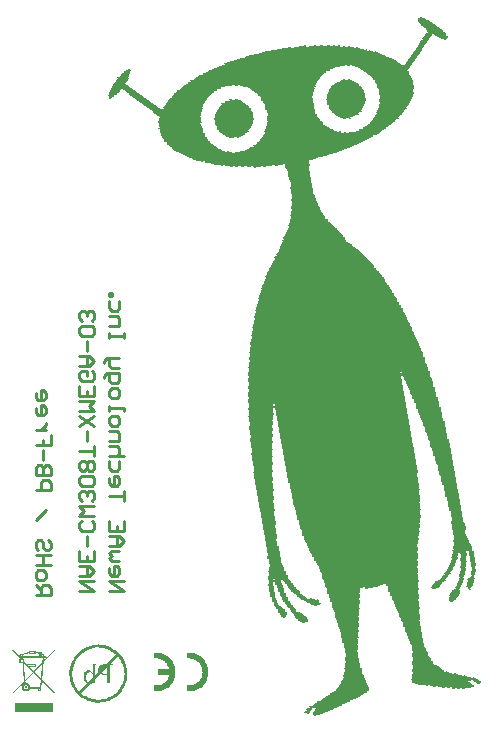
<source format=gbo>
G04 Layer_Color=32896*
%FSLAX25Y25*%
%MOIN*%
G70*
G01*
G75*
%ADD17C,0.01000*%
G36*
X333068Y236062D02*
X333785Y235969D01*
X334456Y235830D01*
X335104Y235645D01*
X335706Y235437D01*
X336261Y235182D01*
X336793Y234928D01*
X337256Y234673D01*
X337696Y234395D01*
X338066Y234141D01*
X338390Y233910D01*
X338668Y233678D01*
X338899Y233493D01*
X339038Y233354D01*
X339154Y233262D01*
X339177Y233238D01*
X339663Y232683D01*
X340103Y232128D01*
X340496Y231549D01*
X340797Y230971D01*
X341074Y230392D01*
X341306Y229814D01*
X341491Y229281D01*
X341653Y228749D01*
X341769Y228263D01*
X341861Y227800D01*
X341907Y227407D01*
X341954Y227060D01*
X341977Y226782D01*
X342000Y226574D01*
Y226435D01*
Y226412D01*
Y226389D01*
X341977Y225648D01*
X341884Y224954D01*
X341745Y224260D01*
X341560Y223635D01*
X341352Y223034D01*
X341097Y222455D01*
X340843Y221946D01*
X340588Y221460D01*
X340334Y221044D01*
X340079Y220650D01*
X339825Y220326D01*
X339617Y220049D01*
X339432Y219840D01*
X339293Y219678D01*
X339200Y219563D01*
X339177Y219539D01*
X338645Y219054D01*
X338066Y218614D01*
X337488Y218221D01*
X336909Y217920D01*
X336331Y217642D01*
X335775Y217411D01*
X335220Y217226D01*
X334688Y217064D01*
X334202Y216948D01*
X333739Y216855D01*
X333346Y216809D01*
X332998Y216763D01*
X332721Y216740D01*
X332513Y216717D01*
X332328D01*
X331587Y216740D01*
X330893Y216832D01*
X330222Y216971D01*
X329574Y217156D01*
X328972Y217364D01*
X328417Y217619D01*
X327885Y217874D01*
X327422Y218128D01*
X326982Y218383D01*
X326612Y218637D01*
X326288Y218892D01*
X326010Y219100D01*
X325779Y219285D01*
X325640Y219424D01*
X325524Y219516D01*
X325501Y219539D01*
X324992Y220095D01*
X324552Y220650D01*
X324182Y221229D01*
X323858Y221807D01*
X323581Y222386D01*
X323349Y222964D01*
X323164Y223520D01*
X323002Y224029D01*
X322886Y224515D01*
X322794Y224977D01*
X322747Y225371D01*
X322701Y225718D01*
X322678Y225996D01*
X322655Y226204D01*
Y226343D01*
Y226389D01*
X322678Y227130D01*
X322771Y227824D01*
X322909Y228518D01*
X323095Y229143D01*
X323303Y229744D01*
X323557Y230323D01*
X323812Y230832D01*
X324066Y231318D01*
X324344Y231757D01*
X324599Y232128D01*
X324830Y232452D01*
X325061Y232729D01*
X325247Y232961D01*
X325385Y233100D01*
X325478Y233215D01*
X325501Y233238D01*
X326033Y233748D01*
X326612Y234187D01*
X327167Y234557D01*
X327769Y234881D01*
X328324Y235159D01*
X328903Y235390D01*
X329458Y235576D01*
X329967Y235737D01*
X330453Y235853D01*
X330916Y235946D01*
X331309Y235992D01*
X331656Y236038D01*
X331934Y236062D01*
X332142Y236085D01*
X332328D01*
X333068Y236062D01*
D02*
G37*
G36*
X318000Y234210D02*
X314089Y230138D01*
X313974Y229027D01*
X313719Y226366D01*
X313534Y224445D01*
X317722Y220118D01*
X317445Y219840D01*
X313488Y223890D01*
X313256Y221414D01*
X313141D01*
Y220465D01*
X312261D01*
Y221414D01*
X309531D01*
X309438Y221229D01*
X309299Y221044D01*
X309114Y220835D01*
X308860Y220650D01*
X308559Y220558D01*
X308281Y220535D01*
X308003D01*
X307795Y220604D01*
X307541Y220696D01*
X307332Y220835D01*
X307171Y220997D01*
X307009Y221229D01*
X306893Y221483D01*
X306823Y221715D01*
X306800Y221923D01*
X306823Y222154D01*
X306870Y222340D01*
X306939Y222525D01*
X307032Y222710D01*
X307147Y222872D01*
X307309Y223034D01*
X307494Y223149D01*
X307656Y223219D01*
X307633Y223427D01*
X304162Y219840D01*
X303885Y220141D01*
X307587Y223982D01*
X307286Y227338D01*
X307078Y229767D01*
X305967D01*
Y231318D01*
X306268D01*
X303445Y234210D01*
X303746Y234488D01*
X306384Y231757D01*
Y231966D01*
X306337Y232012D01*
X306268Y232058D01*
X306199Y232128D01*
X306129Y232197D01*
X306083Y232313D01*
X306060Y232405D01*
X306037Y232521D01*
X306060Y232660D01*
X306106Y232752D01*
X306199Y232914D01*
X306314Y233007D01*
X306476Y233076D01*
X306638Y233100D01*
X306800Y233076D01*
X306939Y233030D01*
X307055Y232961D01*
X307101Y232891D01*
X307217Y232984D01*
X307379Y233100D01*
X307587Y233192D01*
X307888Y233308D01*
X308212Y233400D01*
X308536Y233470D01*
X308883Y233539D01*
X309160Y233562D01*
Y233910D01*
X311382D01*
Y233609D01*
X311567D01*
X311845Y233586D01*
X312146Y233539D01*
X312446Y233493D01*
Y233678D01*
X313395D01*
Y233238D01*
X313511Y233169D01*
X313673Y233100D01*
X313835Y233007D01*
X313974Y232914D01*
X314112Y232799D01*
X314205Y232706D01*
X314251Y232637D01*
X314298Y232544D01*
X314275Y232382D01*
X314830D01*
Y231665D01*
X314228D01*
X314136Y230762D01*
X317722Y234488D01*
X318000Y234210D01*
D02*
G37*
G36*
X317167Y216647D02*
Y216601D01*
Y216508D01*
Y216416D01*
Y216323D01*
Y216231D01*
Y216184D01*
Y216161D01*
Y215791D01*
Y215444D01*
Y215282D01*
Y215166D01*
Y215097D01*
Y215073D01*
Y214657D01*
Y214472D01*
Y214310D01*
Y214171D01*
Y214078D01*
Y214009D01*
Y213986D01*
Y213824D01*
Y213708D01*
Y213616D01*
Y213569D01*
Y213500D01*
X304509D01*
Y213523D01*
Y213569D01*
Y213755D01*
Y213916D01*
Y213963D01*
Y213986D01*
Y214356D01*
Y214703D01*
Y214865D01*
Y214981D01*
Y215050D01*
Y215073D01*
Y215490D01*
Y215675D01*
Y215837D01*
Y215976D01*
Y216069D01*
Y216138D01*
Y216161D01*
Y216323D01*
Y216462D01*
Y216554D01*
Y216601D01*
Y216647D01*
Y216670D01*
X317167D01*
Y216647D01*
D02*
G37*
G36*
X440415Y444702D02*
X441209Y444842D01*
X441279Y444446D01*
X441676Y444516D01*
X441746Y444119D01*
X442540Y444259D01*
X442610Y443862D01*
X443007Y443932D01*
X443077Y443535D01*
X443473Y443605D01*
X443543Y443208D01*
X443940Y443278D01*
X444010Y442881D01*
X444407Y442951D01*
X444477Y442554D01*
X444874Y442624D01*
X444944Y442227D01*
X445341Y442297D01*
X445411Y441900D01*
X445808Y441970D01*
X445878Y441574D01*
X446275Y441644D01*
X446344Y441247D01*
X446741Y441317D01*
X446811Y440920D01*
X447208Y440990D01*
X447278Y440593D01*
X447348Y440196D01*
X447745Y440266D01*
X447815Y439869D01*
X448212Y439939D01*
X448282Y439542D01*
X448352Y439145D01*
X448422Y438749D01*
X448819Y438819D01*
X448889Y438422D01*
X448492Y438352D01*
X448562Y437955D01*
X447371Y437745D01*
X447301Y438142D01*
X446507Y438002D01*
X446437Y438399D01*
X446041Y438329D01*
X445971Y438726D01*
X445177Y438586D01*
X445107Y438982D01*
X444710Y438912D01*
X444640Y439309D01*
X444243Y439239D01*
X444173Y439636D01*
X443379Y439496D01*
X443449Y439099D01*
X443052Y439029D01*
X443122Y438632D01*
X442726Y438563D01*
X442796Y438166D01*
X442399Y438096D01*
X442469Y437699D01*
X442072Y437629D01*
X442142Y437232D01*
X441745Y437162D01*
X441815Y436765D01*
X441418Y436695D01*
X441488Y436298D01*
X441091Y436228D01*
X441161Y435831D01*
X440764Y435761D01*
X440834Y435365D01*
X440437Y435295D01*
X440507Y434898D01*
X440110Y434828D01*
X440180Y434431D01*
X440250Y434034D01*
X439854Y433964D01*
X439924Y433567D01*
X439527Y433497D01*
X439597Y433100D01*
X439200Y433030D01*
X439270Y432633D01*
X438873Y432563D01*
X438943Y432167D01*
X438546Y432097D01*
X438616Y431700D01*
X438219Y431630D01*
X438289Y431233D01*
X437892Y431163D01*
X437962Y430766D01*
X437565Y430696D01*
X437635Y430299D01*
X437239Y430229D01*
X437308Y429832D01*
X436912Y429762D01*
X436981Y429365D01*
X436585Y429295D01*
X436655Y428899D01*
X436258Y428829D01*
X436328Y428432D01*
X435931Y428362D01*
X436001Y427965D01*
X435604Y427895D01*
X435674Y427498D01*
X435277Y427428D01*
X435347Y427031D01*
X435744Y427101D01*
X435814Y426704D01*
X435884Y426307D01*
X435954Y425911D01*
X436351Y425981D01*
X436421Y425584D01*
X436491Y425187D01*
X436561Y424790D01*
X436958Y424860D01*
X437028Y424463D01*
X437098Y424066D01*
X437168Y423669D01*
X437238Y423273D01*
X437308Y422876D01*
X437378Y422479D01*
X437447Y422082D01*
X437517Y421685D01*
X437587Y421288D01*
X437190Y421218D01*
X437260Y420821D01*
X437330Y420424D01*
X437400Y420028D01*
X437470Y419631D01*
X437074Y419561D01*
X437144Y419164D01*
X437214Y418767D01*
X436817Y418697D01*
X436887Y418300D01*
X436957Y417903D01*
X436560Y417833D01*
X436630Y417436D01*
X436233Y417366D01*
X436303Y416969D01*
X436373Y416573D01*
X435976Y416503D01*
X436046Y416106D01*
X435649Y416036D01*
X435719Y415639D01*
X435322Y415569D01*
X435392Y415172D01*
X434995Y415102D01*
X435065Y414705D01*
X434668Y414635D01*
X434738Y414238D01*
X434341Y414169D01*
X434411Y413772D01*
X434015Y413702D01*
X434085Y413305D01*
X433688Y413235D01*
X433758Y412838D01*
X432964Y412698D01*
X433034Y412301D01*
X432637Y412231D01*
X432707Y411834D01*
X432310Y411764D01*
X432380Y411367D01*
X431586Y411227D01*
X431656Y410830D01*
X431259Y410760D01*
X431329Y410364D01*
X430536Y410224D01*
X430606Y409827D01*
X429812Y409687D01*
X429882Y409290D01*
X429088Y409150D01*
X429158Y408753D01*
X428365Y408613D01*
X428434Y408216D01*
X427641Y408076D01*
X427711Y407680D01*
X426917Y407540D01*
X426987Y407143D01*
X426193Y407003D01*
X426263Y406606D01*
X425072Y406396D01*
X425142Y405999D01*
X423952Y405789D01*
X424022Y405392D01*
X423228Y405252D01*
X423298Y404855D01*
X421711Y404575D01*
X421781Y404179D01*
X420590Y403969D01*
X420660Y403572D01*
X419072Y403292D01*
X419142Y402895D01*
X417555Y402615D01*
X417625Y402218D01*
X416038Y401938D01*
X416108Y401542D01*
X414123Y401192D01*
X414193Y400795D01*
X411812Y400375D01*
X411882Y399978D01*
X409104Y399488D01*
X409174Y399091D01*
X404808Y398322D01*
X404878Y397925D01*
X402497Y397505D01*
X402567Y397108D01*
X402637Y396711D01*
X402707Y396314D01*
X402777Y395917D01*
X402847Y395520D01*
X402450Y395450D01*
X402520Y395054D01*
X402590Y394657D01*
X402660Y394260D01*
X402730Y393863D01*
X402800Y393466D01*
X402870Y393069D01*
X402940Y392672D01*
X403010Y392275D01*
X403080Y391879D01*
X403150Y391482D01*
X403220Y391085D01*
X403290Y390688D01*
X403360Y390291D01*
X403430Y389894D01*
X403500Y389497D01*
X403570Y389101D01*
X403640Y388704D01*
X403710Y388307D01*
X403780Y387910D01*
X403850Y387513D01*
X403920Y387116D01*
X403990Y386719D01*
X404060Y386322D01*
X404129Y385926D01*
X404526Y385996D01*
X404596Y385599D01*
X404666Y385202D01*
X404736Y384805D01*
X404806Y384408D01*
X404876Y384011D01*
X405273Y384081D01*
X405343Y383684D01*
X405413Y383287D01*
X405483Y382891D01*
X405553Y382494D01*
X405623Y382097D01*
X406020Y382167D01*
X406090Y381770D01*
X406160Y381373D01*
X406230Y380976D01*
X406627Y381046D01*
X406697Y380649D01*
X406767Y380252D01*
X406837Y379855D01*
X407233Y379925D01*
X407303Y379529D01*
X407373Y379132D01*
X407443Y378735D01*
X407840Y378805D01*
X407910Y378408D01*
X407980Y378011D01*
X408377Y378081D01*
X408447Y377684D01*
X408844Y377754D01*
X408914Y377357D01*
X408984Y376960D01*
X409381Y377030D01*
X409451Y376634D01*
X409848Y376704D01*
X409918Y376307D01*
X410315Y376377D01*
X410384Y375980D01*
X410454Y375583D01*
X410851Y375653D01*
X410921Y375256D01*
X411318Y375326D01*
X411388Y374929D01*
X411785Y374999D01*
X411855Y374602D01*
X411925Y374205D01*
X412322Y374275D01*
X412392Y373879D01*
X412462Y373482D01*
X412859Y373552D01*
X412929Y373155D01*
X413326Y373225D01*
X413396Y372828D01*
X413465Y372431D01*
X413862Y372501D01*
X413932Y372104D01*
X414002Y371707D01*
X414399Y371777D01*
X414469Y371380D01*
X414539Y370983D01*
X414936Y371053D01*
X415006Y370656D01*
X415076Y370260D01*
X415473Y370330D01*
X415543Y369933D01*
X416336Y370073D01*
X416406Y369676D01*
X416803Y369746D01*
X416873Y369349D01*
X416943Y368952D01*
X417340Y369022D01*
X417410Y368625D01*
X417807Y368695D01*
X417877Y368298D01*
X418274Y368368D01*
X418344Y367971D01*
X418741Y368041D01*
X418811Y367645D01*
X419208Y367715D01*
X419278Y367318D01*
X419674Y367388D01*
X419744Y366991D01*
X419814Y366594D01*
X420211Y366664D01*
X420281Y366267D01*
X420678Y366337D01*
X420748Y365940D01*
X420818Y365543D01*
X421215Y365613D01*
X421285Y365216D01*
X421682Y365286D01*
X421752Y364889D01*
X421822Y364493D01*
X422219Y364563D01*
X422289Y364166D01*
X422685Y364236D01*
X422755Y363839D01*
X422825Y363442D01*
X423222Y363512D01*
X423292Y363115D01*
X423689Y363185D01*
X423759Y362788D01*
X423829Y362391D01*
X424226Y362461D01*
X424296Y362064D01*
X424366Y361667D01*
X424763Y361737D01*
X424833Y361341D01*
X424903Y360944D01*
X425300Y361014D01*
X425370Y360617D01*
X425767Y360687D01*
X425837Y360290D01*
X425907Y359893D01*
X426303Y359963D01*
X426373Y359566D01*
X426443Y359169D01*
X426840Y359239D01*
X426910Y358842D01*
X426980Y358446D01*
X427377Y358516D01*
X427447Y358119D01*
X427517Y357722D01*
X427914Y357792D01*
X427984Y357395D01*
X428054Y356998D01*
X428124Y356601D01*
X428521Y356671D01*
X428591Y356274D01*
X428661Y355877D01*
X429058Y355947D01*
X429127Y355551D01*
X429197Y355154D01*
X429594Y355224D01*
X429664Y354827D01*
X429734Y354430D01*
X429804Y354033D01*
X430201Y354103D01*
X430271Y353706D01*
X430341Y353309D01*
X430738Y353379D01*
X430808Y352982D01*
X430878Y352586D01*
X430948Y352189D01*
X431345Y352259D01*
X431415Y351862D01*
X431485Y351465D01*
X431882Y351535D01*
X431952Y351138D01*
X432022Y350741D01*
X432092Y350344D01*
X432488Y350414D01*
X432558Y350017D01*
X432628Y349620D01*
X432698Y349223D01*
X433095Y349293D01*
X433165Y348897D01*
X433235Y348500D01*
X433305Y348103D01*
X433702Y348173D01*
X433772Y347776D01*
X433842Y347379D01*
X433912Y346982D01*
X434309Y347052D01*
X434379Y346655D01*
X434449Y346258D01*
X434519Y345862D01*
X434916Y345932D01*
X434986Y345535D01*
X435056Y345138D01*
X435125Y344741D01*
X435195Y344344D01*
X435592Y344414D01*
X435662Y344017D01*
X435732Y343620D01*
X435802Y343224D01*
X436199Y343293D01*
X436269Y342897D01*
X436339Y342500D01*
X436409Y342103D01*
X436479Y341706D01*
X436876Y341776D01*
X436946Y341379D01*
X437016Y340982D01*
X437086Y340585D01*
X437156Y340189D01*
X437553Y340259D01*
X437623Y339862D01*
X437693Y339465D01*
X437763Y339068D01*
X437833Y338671D01*
X438230Y338741D01*
X438300Y338344D01*
X438370Y337947D01*
X438440Y337550D01*
X438510Y337154D01*
X438906Y337224D01*
X438976Y336827D01*
X439046Y336430D01*
X439116Y336033D01*
X439186Y335636D01*
X439583Y335706D01*
X439653Y335309D01*
X439723Y334912D01*
X439793Y334515D01*
X439863Y334119D01*
X439933Y333722D01*
X440330Y333792D01*
X440400Y333395D01*
X440470Y332998D01*
X440540Y332601D01*
X440610Y332204D01*
X440680Y331807D01*
X441077Y331877D01*
X441147Y331480D01*
X441217Y331083D01*
X441287Y330687D01*
X441357Y330290D01*
X441427Y329893D01*
X441497Y329496D01*
X441893Y329566D01*
X441963Y329169D01*
X442033Y328772D01*
X442103Y328375D01*
X442173Y327978D01*
X442243Y327582D01*
X442313Y327185D01*
X442710Y327255D01*
X442780Y326858D01*
X442850Y326461D01*
X442920Y326064D01*
X442990Y325667D01*
X443060Y325270D01*
X443130Y324873D01*
X443527Y324943D01*
X443597Y324547D01*
X443667Y324150D01*
X443737Y323753D01*
X443807Y323356D01*
X443877Y322959D01*
X443947Y322562D01*
X444017Y322165D01*
X444087Y321768D01*
X444484Y321838D01*
X444554Y321442D01*
X444624Y321045D01*
X444694Y320648D01*
X444764Y320251D01*
X444834Y319854D01*
X444904Y319457D01*
X444973Y319060D01*
X445043Y318664D01*
X445440Y318734D01*
X445510Y318337D01*
X445580Y317940D01*
X445650Y317543D01*
X445720Y317146D01*
X445790Y316749D01*
X445860Y316352D01*
X445930Y315955D01*
X446000Y315559D01*
X446070Y315162D01*
X446467Y315232D01*
X446537Y314835D01*
X446607Y314438D01*
X446677Y314041D01*
X446747Y313644D01*
X446817Y313247D01*
X446887Y312850D01*
X446957Y312454D01*
X447027Y312057D01*
X447097Y311660D01*
X447167Y311263D01*
X447237Y310866D01*
X447307Y310469D01*
X447704Y310539D01*
X447774Y310142D01*
X447844Y309746D01*
X447914Y309349D01*
X447984Y308952D01*
X448054Y308555D01*
X448124Y308158D01*
X448193Y307761D01*
X448263Y307364D01*
X448333Y306967D01*
X448403Y306571D01*
X448473Y306174D01*
X448543Y305777D01*
X448613Y305380D01*
X448683Y304983D01*
X448753Y304586D01*
X449150Y304656D01*
X449220Y304259D01*
X449290Y303862D01*
X449360Y303466D01*
X449430Y303069D01*
X449500Y302672D01*
X449570Y302275D01*
X449640Y301878D01*
X449710Y301481D01*
X449780Y301084D01*
X449850Y300687D01*
X449920Y300290D01*
X449990Y299894D01*
X450060Y299497D01*
X450130Y299100D01*
X450200Y298703D01*
X450270Y298306D01*
X450340Y297909D01*
X450410Y297512D01*
X450480Y297116D01*
X450550Y296719D01*
X450620Y296322D01*
X450690Y295925D01*
X450760Y295528D01*
X450830Y295131D01*
X450900Y294734D01*
X450970Y294338D01*
X451040Y293941D01*
X451110Y293544D01*
X451180Y293147D01*
X451250Y292750D01*
X451320Y292353D01*
X451390Y291956D01*
X451460Y291559D01*
X451529Y291162D01*
X451599Y290766D01*
X451669Y290369D01*
X451739Y289972D01*
X451809Y289575D01*
X451879Y289178D01*
X451949Y288781D01*
X452019Y288384D01*
X452089Y287988D01*
X452159Y287591D01*
X452229Y287194D01*
X452299Y286797D01*
X452369Y286400D01*
X452439Y286003D01*
X452509Y285606D01*
X452579Y285209D01*
X452649Y284813D01*
X452719Y284416D01*
X452789Y284019D01*
X452859Y283622D01*
X452929Y283225D01*
X452999Y282828D01*
X453069Y282431D01*
X453139Y282034D01*
X453209Y281638D01*
X453279Y281241D01*
X453349Y280844D01*
X453419Y280447D01*
X453489Y280050D01*
X453559Y279653D01*
X453629Y279256D01*
X453699Y278859D01*
X453769Y278463D01*
X453839Y278066D01*
X453909Y277669D01*
X453979Y277272D01*
X454049Y276875D01*
X454119Y276478D01*
X454516Y276548D01*
X454586Y276151D01*
X454656Y275754D01*
X454726Y275358D01*
X454795Y274961D01*
X454865Y274564D01*
X454935Y274167D01*
X454538Y274097D01*
X454608Y273700D01*
X454678Y273303D01*
X454748Y272906D01*
X454818Y272510D01*
X454888Y272113D01*
X455285Y272183D01*
X455355Y271786D01*
X455425Y271389D01*
X455495Y270992D01*
X455892Y271062D01*
X455962Y270665D01*
X456032Y270268D01*
X456102Y269871D01*
X456172Y269475D01*
X456569Y269545D01*
X456639Y269148D01*
X456709Y268751D01*
X456779Y268354D01*
X456849Y267957D01*
X456919Y267560D01*
X456989Y267163D01*
X457386Y267233D01*
X457456Y266837D01*
X457526Y266440D01*
X457596Y266043D01*
X457665Y265646D01*
X457735Y265249D01*
X457805Y264852D01*
X457875Y264455D01*
X457945Y264058D01*
X458015Y263662D01*
X458085Y263265D01*
X458155Y262868D01*
X458225Y262471D01*
X457829Y262401D01*
X457899Y262004D01*
X457969Y261607D01*
X458039Y261210D01*
X458108Y260813D01*
X458178Y260417D01*
X457782Y260347D01*
X457852Y259950D01*
X457922Y259553D01*
X457992Y259156D01*
X457595Y259086D01*
X457665Y258689D01*
X457735Y258292D01*
X457804Y257895D01*
X457408Y257825D01*
X457478Y257429D01*
X457548Y257032D01*
X457618Y256635D01*
X457221Y256565D01*
X457291Y256168D01*
X457361Y255771D01*
X456964Y255701D01*
X457034Y255304D01*
X456637Y255234D01*
X456707Y254837D01*
X456310Y254767D01*
X456380Y254370D01*
X455983Y254300D01*
X455913Y254697D01*
X455516Y254627D01*
X455446Y255024D01*
X455376Y255421D01*
X454980Y255351D01*
X454910Y255748D01*
X455306Y255818D01*
X455236Y256215D01*
X455166Y256612D01*
X455096Y257009D01*
X455493Y257079D01*
X455423Y257475D01*
X455353Y257872D01*
X455750Y257942D01*
X455680Y258339D01*
X456474Y258479D01*
X456404Y258876D01*
X456801Y258946D01*
X456731Y259343D01*
X456661Y259740D01*
X456591Y260137D01*
X456521Y260533D01*
X456918Y260603D01*
X456848Y261000D01*
X456778Y261397D01*
X456708Y261794D01*
X456638Y262191D01*
X456568Y262588D01*
X456498Y262985D01*
X456428Y263382D01*
X456358Y263778D01*
X456288Y264175D01*
X456218Y264572D01*
X456148Y264969D01*
X456078Y265366D01*
X456008Y265763D01*
X455938Y266160D01*
X455868Y266557D01*
X455798Y266953D01*
X455728Y267350D01*
X455331Y267280D01*
X455261Y267677D01*
X455191Y268074D01*
X455121Y268471D01*
X454725Y268401D01*
X454795Y268004D01*
X454865Y267607D01*
X454934Y267210D01*
X455004Y266813D01*
X455074Y266417D01*
X455144Y266020D01*
X455214Y265623D01*
X454817Y265553D01*
X454887Y265156D01*
X454957Y264759D01*
X455027Y264362D01*
X455097Y263965D01*
X455167Y263568D01*
X454771Y263498D01*
X454841Y263102D01*
X454911Y262705D01*
X454981Y262308D01*
X455050Y261911D01*
X454654Y261841D01*
X454724Y261444D01*
X454794Y261047D01*
X454864Y260650D01*
X454467Y260580D01*
X454537Y260184D01*
X454607Y259787D01*
X454677Y259390D01*
X454280Y259320D01*
X454350Y258923D01*
X454420Y258526D01*
X454023Y258456D01*
X454093Y258059D01*
X454163Y257662D01*
X453766Y257592D01*
X453836Y257196D01*
X453906Y256799D01*
X453509Y256729D01*
X453579Y256332D01*
X453649Y255935D01*
X453252Y255865D01*
X453322Y255468D01*
X452925Y255398D01*
X452995Y255001D01*
X453065Y254604D01*
X452668Y254534D01*
X452738Y254138D01*
X452808Y253741D01*
X452878Y253344D01*
X452948Y252947D01*
X452551Y252877D01*
X452621Y252480D01*
X452224Y252410D01*
X452294Y252013D01*
X451897Y251943D01*
X451967Y251546D01*
X451571Y251476D01*
X451641Y251080D01*
X450847Y250940D01*
X450917Y250543D01*
X449726Y250333D01*
X449656Y250730D01*
X449259Y250660D01*
X449189Y251057D01*
X449119Y251453D01*
X449049Y251850D01*
X449446Y251920D01*
X449376Y252317D01*
X449306Y252714D01*
X449703Y252784D01*
X449633Y253181D01*
X450030Y253251D01*
X449960Y253648D01*
X450357Y253718D01*
X450287Y254115D01*
X451081Y254255D01*
X451011Y254651D01*
X451408Y254721D01*
X451338Y255118D01*
X451734Y255188D01*
X451664Y255585D01*
X452061Y255655D01*
X451991Y256052D01*
X451922Y256449D01*
X452318Y256519D01*
X452248Y256916D01*
X452178Y257312D01*
X452575Y257382D01*
X452505Y257779D01*
X452435Y258176D01*
X452832Y258246D01*
X452762Y258643D01*
X452692Y259040D01*
X452622Y259437D01*
X453019Y259507D01*
X452949Y259904D01*
X452879Y260301D01*
X452809Y260697D01*
X453206Y260767D01*
X453136Y261164D01*
X453066Y261561D01*
X452996Y261958D01*
X452926Y262355D01*
X453323Y262425D01*
X453253Y262822D01*
X453183Y263219D01*
X453113Y263615D01*
X453043Y264012D01*
X452973Y264409D01*
X452903Y264806D01*
X453300Y264876D01*
X453230Y265273D01*
X453160Y265670D01*
X453090Y266067D01*
X453020Y266464D01*
X452950Y266860D01*
X452880Y267257D01*
X452483Y267187D01*
X452553Y266791D01*
X452156Y266721D01*
X452226Y266324D01*
X452296Y265927D01*
X452366Y265530D01*
X451969Y265460D01*
X452039Y265063D01*
X452109Y264666D01*
X451713Y264596D01*
X451783Y264199D01*
X451386Y264129D01*
X451456Y263732D01*
X451526Y263336D01*
X451129Y263266D01*
X451199Y262869D01*
X451269Y262472D01*
X450872Y262402D01*
X450942Y262005D01*
X450545Y261935D01*
X450615Y261538D01*
X450685Y261141D01*
X450288Y261071D01*
X450358Y260674D01*
X449961Y260604D01*
X450031Y260208D01*
X449634Y260138D01*
X449704Y259741D01*
X449307Y259671D01*
X449377Y259274D01*
X448980Y259204D01*
X449050Y258807D01*
X448654Y258737D01*
X448724Y258340D01*
X448327Y258270D01*
X448397Y257873D01*
X448000Y257803D01*
X448070Y257406D01*
X447673Y257336D01*
X447743Y256940D01*
X446949Y256800D01*
X447019Y256403D01*
X446622Y256333D01*
X446692Y255936D01*
X446295Y255866D01*
X446365Y255469D01*
X445968Y255399D01*
X446038Y255002D01*
X443657Y254582D01*
X443587Y254979D01*
X443190Y254909D01*
X443120Y255306D01*
X443517Y255376D01*
X443447Y255773D01*
X443844Y255843D01*
X443774Y256240D01*
X444171Y256310D01*
X444101Y256707D01*
X444498Y256777D01*
X444428Y257173D01*
X446412Y257523D01*
X446342Y257920D01*
X446739Y257990D01*
X446669Y258387D01*
X447066Y258457D01*
X446996Y258854D01*
X447393Y258924D01*
X447323Y259321D01*
X447720Y259391D01*
X447650Y259788D01*
X448047Y259858D01*
X447977Y260255D01*
X448374Y260325D01*
X448304Y260721D01*
X448701Y260791D01*
X448631Y261188D01*
X449027Y261258D01*
X448957Y261655D01*
X448887Y262052D01*
X449284Y262122D01*
X449214Y262519D01*
X449611Y262589D01*
X449541Y262986D01*
X449471Y263383D01*
X449868Y263453D01*
X449798Y263849D01*
X449728Y264246D01*
X450125Y264316D01*
X450055Y264713D01*
X449985Y265110D01*
X450382Y265180D01*
X450312Y265577D01*
X450242Y265974D01*
X450172Y266371D01*
X450569Y266441D01*
X450499Y266837D01*
X450429Y267234D01*
X450359Y267631D01*
X450756Y267701D01*
X450686Y268098D01*
X450616Y268495D01*
X450546Y268892D01*
X450943Y268962D01*
X450873Y269359D01*
X450803Y269756D01*
X450733Y270152D01*
X450663Y270549D01*
X450593Y270946D01*
X450990Y271016D01*
X450920Y271413D01*
X450850Y271810D01*
X450780Y272207D01*
X450710Y272604D01*
X450640Y273000D01*
X450570Y273397D01*
X450500Y273794D01*
X450430Y274191D01*
X450360Y274588D01*
X450290Y274985D01*
X450220Y275382D01*
X450150Y275779D01*
X450080Y276175D01*
X450010Y276572D01*
X449940Y276969D01*
X449870Y277366D01*
X450267Y277436D01*
X450197Y277833D01*
X450127Y278230D01*
X450057Y278627D01*
X449987Y279024D01*
X449917Y279420D01*
X449847Y279817D01*
X449777Y280214D01*
X449707Y280611D01*
X449310Y280541D01*
X449240Y280938D01*
X449170Y281335D01*
X449100Y281732D01*
X449030Y282129D01*
X448960Y282525D01*
X448890Y282922D01*
X448820Y283319D01*
X448750Y283716D01*
X448680Y284113D01*
X448610Y284510D01*
X448540Y284907D01*
X448470Y285303D01*
X448074Y285233D01*
X448004Y285630D01*
X447934Y286027D01*
X447864Y286424D01*
X447794Y286821D01*
X447724Y287218D01*
X447654Y287615D01*
X447584Y288012D01*
X447514Y288408D01*
X447444Y288805D01*
X447374Y289202D01*
X446977Y289132D01*
X446907Y289529D01*
X446837Y289926D01*
X446767Y290323D01*
X446697Y290720D01*
X446627Y291116D01*
X446557Y291513D01*
X446487Y291910D01*
X446417Y292307D01*
X446347Y292704D01*
X445950Y292634D01*
X445880Y293031D01*
X445810Y293428D01*
X445740Y293825D01*
X445670Y294221D01*
X445600Y294618D01*
X445530Y295015D01*
X445460Y295412D01*
X445390Y295809D01*
X445320Y296206D01*
X444924Y296136D01*
X444854Y296533D01*
X444784Y296930D01*
X444714Y297326D01*
X444644Y297723D01*
X444574Y298120D01*
X444504Y298517D01*
X444434Y298914D01*
X444037Y298844D01*
X443967Y299241D01*
X443897Y299638D01*
X443827Y300035D01*
X443757Y300431D01*
X443687Y300828D01*
X443617Y301225D01*
X443547Y301622D01*
X443150Y301552D01*
X443080Y301949D01*
X443010Y302346D01*
X442940Y302743D01*
X442870Y303140D01*
X442800Y303537D01*
X442730Y303933D01*
X442660Y304330D01*
X442263Y304260D01*
X442193Y304657D01*
X442123Y305054D01*
X442054Y305451D01*
X441984Y305848D01*
X441914Y306245D01*
X441844Y306641D01*
X441447Y306572D01*
X441377Y306968D01*
X441307Y307365D01*
X441237Y307762D01*
X441167Y308159D01*
X441097Y308556D01*
X441027Y308953D01*
X440630Y308883D01*
X440560Y309280D01*
X440490Y309677D01*
X440420Y310073D01*
X440350Y310470D01*
X440280Y310867D01*
X439883Y310797D01*
X439813Y311194D01*
X439743Y311591D01*
X439673Y311988D01*
X439603Y312385D01*
X439533Y312781D01*
X439136Y312712D01*
X439066Y313108D01*
X438996Y313505D01*
X438926Y313902D01*
X438857Y314299D01*
X438787Y314696D01*
X438390Y314626D01*
X438320Y315023D01*
X438250Y315420D01*
X438180Y315816D01*
X438110Y316213D01*
X438040Y316610D01*
X437643Y316540D01*
X437573Y316937D01*
X437503Y317334D01*
X437433Y317731D01*
X437363Y318128D01*
X436966Y318058D01*
X436896Y318455D01*
X436826Y318851D01*
X436756Y319248D01*
X436686Y319645D01*
X436289Y319575D01*
X436219Y319972D01*
X436149Y320369D01*
X436079Y320766D01*
X436009Y321163D01*
X435939Y321560D01*
X435542Y321490D01*
X435472Y321886D01*
X435402Y322283D01*
X435333Y322680D01*
X435263Y323077D01*
X434866Y323007D01*
X434796Y323404D01*
X434726Y323801D01*
X434656Y324198D01*
X434259Y324128D01*
X434189Y324525D01*
X434119Y324921D01*
X434049Y325318D01*
X433979Y325715D01*
X433582Y325645D01*
X433512Y326042D01*
X433442Y326439D01*
X433372Y326836D01*
X433302Y327233D01*
X432905Y327163D01*
X432975Y326766D01*
X433045Y326369D01*
X433115Y325972D01*
X433185Y325575D01*
X433255Y325178D01*
X433325Y324781D01*
X433395Y324385D01*
X433465Y323988D01*
X433535Y323591D01*
X433605Y323194D01*
X433675Y322797D01*
X433745Y322400D01*
X433815Y322003D01*
X433885Y321606D01*
X433955Y321210D01*
X434025Y320813D01*
X434095Y320416D01*
X434165Y320019D01*
X434235Y319622D01*
X434305Y319225D01*
X434375Y318829D01*
X434445Y318432D01*
X434515Y318035D01*
X434585Y317638D01*
X434655Y317241D01*
X434725Y316844D01*
X434795Y316447D01*
X434865Y316050D01*
X434935Y315653D01*
X435005Y315257D01*
X435075Y314860D01*
X435145Y314463D01*
X435215Y314066D01*
X435285Y313669D01*
X435355Y313272D01*
X435425Y312875D01*
X435495Y312478D01*
X435565Y312082D01*
X435635Y311685D01*
X435705Y311288D01*
X435775Y310891D01*
X435844Y310494D01*
X435914Y310097D01*
X435984Y309700D01*
X436054Y309303D01*
X436124Y308907D01*
X436194Y308510D01*
X436264Y308113D01*
X436334Y307716D01*
X436404Y307319D01*
X436474Y306922D01*
X436544Y306525D01*
X436614Y306129D01*
X436684Y305732D01*
X436754Y305335D01*
X436824Y304938D01*
X436894Y304541D01*
X436964Y304144D01*
X437034Y303747D01*
X437104Y303350D01*
X437174Y302954D01*
X437244Y302557D01*
X437314Y302160D01*
X437384Y301763D01*
X437454Y301366D01*
X437524Y300969D01*
X437594Y300572D01*
X437664Y300175D01*
X437734Y299779D01*
X437804Y299382D01*
X437874Y298985D01*
X437944Y298588D01*
X438014Y298191D01*
X438084Y297794D01*
X438154Y297397D01*
X438224Y297001D01*
X438294Y296604D01*
X438364Y296207D01*
X438434Y295810D01*
X438504Y295413D01*
X438574Y295016D01*
X438644Y294619D01*
X438714Y294222D01*
X438784Y293826D01*
X438854Y293429D01*
X438457Y293359D01*
X438527Y292962D01*
X438597Y292565D01*
X438667Y292168D01*
X438737Y291771D01*
X438807Y291374D01*
X438877Y290978D01*
X438946Y290581D01*
X439016Y290184D01*
X439086Y289787D01*
X439156Y289390D01*
X439226Y288993D01*
X439296Y288596D01*
X439366Y288199D01*
X439436Y287803D01*
X439040Y287733D01*
X439110Y287336D01*
X439180Y286939D01*
X439249Y286542D01*
X439319Y286145D01*
X439389Y285748D01*
X439459Y285351D01*
X439529Y284955D01*
X439599Y284558D01*
X439669Y284161D01*
X439739Y283764D01*
X439342Y283694D01*
X439412Y283297D01*
X439482Y282900D01*
X439552Y282503D01*
X439622Y282106D01*
X439692Y281710D01*
X439762Y281313D01*
X439832Y280916D01*
X439435Y280846D01*
X439505Y280449D01*
X439575Y280052D01*
X439645Y279655D01*
X439715Y279258D01*
X439785Y278861D01*
X439855Y278465D01*
X439458Y278395D01*
X439528Y277998D01*
X439598Y277601D01*
X439668Y277204D01*
X439738Y276807D01*
X439341Y276737D01*
X439411Y276340D01*
X439481Y275943D01*
X439551Y275547D01*
X439621Y275150D01*
X439224Y275080D01*
X439294Y274683D01*
X439364Y274286D01*
X439434Y273889D01*
X439504Y273492D01*
X439108Y273422D01*
X439178Y273025D01*
X439248Y272628D01*
X439318Y272232D01*
X438921Y272162D01*
X438991Y271765D01*
X439061Y271368D01*
X439131Y270971D01*
X438734Y270901D01*
X438804Y270504D01*
X438874Y270107D01*
X438944Y269710D01*
X438547Y269640D01*
X438617Y269244D01*
X438687Y268847D01*
X438757Y268450D01*
X438827Y268053D01*
X438897Y267656D01*
X438967Y267259D01*
X438570Y267189D01*
X438640Y266792D01*
X438710Y266395D01*
X438780Y265999D01*
X438850Y265602D01*
X438920Y265205D01*
X438990Y264808D01*
X438593Y264738D01*
X438663Y264341D01*
X438733Y263944D01*
X438803Y263547D01*
X438873Y263151D01*
X438943Y262754D01*
X439013Y262357D01*
X438616Y262287D01*
X438686Y261890D01*
X438756Y261493D01*
X438826Y261096D01*
X438896Y260699D01*
X438966Y260302D01*
X439036Y259906D01*
X438639Y259836D01*
X438709Y259439D01*
X438779Y259042D01*
X438849Y258645D01*
X438919Y258248D01*
X438989Y257851D01*
X439059Y257454D01*
X439129Y257057D01*
X438732Y256988D01*
X438802Y256591D01*
X438872Y256194D01*
X438942Y255797D01*
X439012Y255400D01*
X439082Y255003D01*
X439152Y254606D01*
X439222Y254209D01*
X438825Y254139D01*
X438895Y253743D01*
X438965Y253346D01*
X439035Y252949D01*
X439105Y252552D01*
X439175Y252155D01*
X439245Y251758D01*
X439315Y251361D01*
X438918Y251291D01*
X438988Y250895D01*
X439058Y250498D01*
X439128Y250101D01*
X439198Y249704D01*
X439268Y249307D01*
X439338Y248910D01*
X439408Y248513D01*
X439477Y248116D01*
X439081Y248046D01*
X439151Y247650D01*
X439221Y247253D01*
X439291Y246856D01*
X439361Y246459D01*
X439431Y246062D01*
X439501Y245665D01*
X439571Y245268D01*
X439641Y244871D01*
X439711Y244475D01*
X439314Y244405D01*
X439384Y244008D01*
X439454Y243611D01*
X439524Y243214D01*
X439594Y242817D01*
X439664Y242420D01*
X439734Y242023D01*
X439804Y241627D01*
X439873Y241230D01*
X439943Y240833D01*
X440013Y240436D01*
X440083Y240039D01*
X440153Y239642D01*
X440223Y239245D01*
X440293Y238848D01*
X440363Y238452D01*
X440433Y238055D01*
X440503Y237658D01*
X440573Y237261D01*
X440643Y236864D01*
X440713Y236467D01*
X440783Y236070D01*
X440853Y235673D01*
X440923Y235277D01*
X441320Y235347D01*
X441390Y234950D01*
X441460Y234553D01*
X441530Y234156D01*
X441600Y233759D01*
X441997Y233829D01*
X442067Y233432D01*
X442137Y233035D01*
X442207Y232639D01*
X442277Y232242D01*
X442674Y232312D01*
X442744Y231915D01*
X442813Y231518D01*
X443210Y231588D01*
X443280Y231191D01*
X443350Y230794D01*
X443420Y230397D01*
X443817Y230467D01*
X443887Y230070D01*
X443957Y229674D01*
X444354Y229744D01*
X444424Y229347D01*
X444821Y229417D01*
X444891Y229020D01*
X445288Y229090D01*
X445358Y228693D01*
X445755Y228763D01*
X445825Y228366D01*
X446221Y228436D01*
X446291Y228039D01*
X446688Y228109D01*
X446758Y227712D01*
X446828Y227315D01*
X447622Y227455D01*
X447692Y227058D01*
X448486Y227198D01*
X448556Y226801D01*
X449349Y226941D01*
X449419Y226544D01*
X450213Y226684D01*
X450283Y226288D01*
X451474Y226498D01*
X451544Y226101D01*
X452338Y226241D01*
X452407Y225844D01*
X453598Y226054D01*
X453668Y225657D01*
X454462Y225797D01*
X454532Y225400D01*
X455326Y225540D01*
X455396Y225143D01*
X456586Y225353D01*
X456656Y224956D01*
X457450Y225096D01*
X457520Y224699D01*
X458314Y224839D01*
X458384Y224442D01*
X458780Y224512D01*
X458850Y224115D01*
X459247Y224185D01*
X459317Y223788D01*
X459714Y223858D01*
X459784Y223462D01*
X459387Y223392D01*
X459457Y222995D01*
X458663Y222855D01*
X458593Y223252D01*
X458197Y223182D01*
X458127Y223579D01*
X457730Y223509D01*
X457660Y223905D01*
X457263Y223835D01*
X457193Y224232D01*
X455605Y223952D01*
X455675Y223555D01*
X456072Y223625D01*
X456142Y223229D01*
X456539Y223299D01*
X456609Y222902D01*
X457006Y222972D01*
X457076Y222575D01*
X457473Y222645D01*
X457543Y222248D01*
X457613Y221851D01*
X453644Y221151D01*
X453574Y221548D01*
X451987Y221268D01*
X451917Y221665D01*
X450329Y221385D01*
X450259Y221782D01*
X448672Y221502D01*
X448602Y221899D01*
X447014Y221619D01*
X446944Y222016D01*
X445754Y221806D01*
X445684Y222203D01*
X444096Y221923D01*
X444026Y222320D01*
X442836Y222110D01*
X442766Y222507D01*
X441575Y222297D01*
X441505Y222694D01*
X440314Y222484D01*
X440244Y222881D01*
X439054Y222671D01*
X438984Y223068D01*
X437793Y222858D01*
X437723Y223254D01*
X436930Y223115D01*
X436860Y223512D01*
X436790Y223908D01*
X436720Y224305D01*
X436650Y224702D01*
X437046Y224772D01*
X436976Y225169D01*
X436906Y225566D01*
X436836Y225963D01*
X436766Y226360D01*
X437163Y226430D01*
X437093Y226826D01*
X437023Y227223D01*
X436953Y227620D01*
X436883Y228017D01*
X437280Y228087D01*
X437210Y228484D01*
X437140Y228881D01*
X437070Y229278D01*
X437000Y229674D01*
X436931Y230071D01*
X436861Y230468D01*
X437257Y230538D01*
X437187Y230935D01*
X437117Y231332D01*
X437047Y231729D01*
X436977Y232126D01*
X436907Y232523D01*
X436837Y232919D01*
X436767Y233316D01*
X437164Y233386D01*
X437094Y233783D01*
X437024Y234180D01*
X436954Y234577D01*
X436884Y234974D01*
X436814Y235371D01*
X436744Y235768D01*
X436674Y236164D01*
X436278Y236094D01*
X436208Y236491D01*
X436138Y236888D01*
X436068Y237285D01*
X435998Y237682D01*
X435928Y238079D01*
X435531Y238009D01*
X435461Y238406D01*
X435391Y238803D01*
X435321Y239199D01*
X435251Y239596D01*
X435181Y239993D01*
X434784Y239923D01*
X434714Y240320D01*
X434644Y240717D01*
X434574Y241114D01*
X434504Y241511D01*
X434434Y241908D01*
X434037Y241838D01*
X433967Y242234D01*
X433897Y242631D01*
X433827Y243028D01*
X433757Y243425D01*
X433687Y243822D01*
X433291Y243752D01*
X433221Y244149D01*
X433151Y244546D01*
X433081Y244942D01*
X433011Y245339D01*
X432614Y245269D01*
X432544Y245666D01*
X432474Y246063D01*
X432404Y246460D01*
X432334Y246857D01*
X432264Y247254D01*
X431867Y247184D01*
X431797Y247581D01*
X431727Y247977D01*
X431657Y248374D01*
X431587Y248771D01*
X431190Y248701D01*
X431120Y249098D01*
X431050Y249495D01*
X430980Y249892D01*
X430910Y250289D01*
X430840Y250686D01*
X430443Y250616D01*
X430373Y251012D01*
X430303Y251409D01*
X430233Y251806D01*
X430164Y252203D01*
X429767Y252133D01*
X429697Y252530D01*
X429627Y252927D01*
X429557Y253324D01*
X429487Y253721D01*
X429090Y253651D01*
X429020Y254047D01*
X428950Y254444D01*
X428880Y254841D01*
X428810Y255238D01*
X428740Y255635D01*
X428343Y255565D01*
X428273Y255962D01*
X428203Y256359D01*
X426219Y256009D01*
X426289Y255612D01*
X421130Y254702D01*
X421060Y255099D01*
X419472Y254819D01*
X419542Y254422D01*
X419612Y254026D01*
X419682Y253629D01*
X419752Y253232D01*
X419355Y253162D01*
X419425Y252765D01*
X419495Y252368D01*
X419565Y251971D01*
X419635Y251574D01*
X419238Y251504D01*
X419308Y251107D01*
X419378Y250711D01*
X419448Y250314D01*
X419518Y249917D01*
X419588Y249520D01*
X419191Y249450D01*
X419261Y249053D01*
X419331Y248656D01*
X419401Y248259D01*
X419471Y247862D01*
X419074Y247793D01*
X419144Y247396D01*
X419214Y246999D01*
X419284Y246602D01*
X419354Y246205D01*
X419424Y245808D01*
X419027Y245738D01*
X419097Y245341D01*
X419167Y244944D01*
X419237Y244548D01*
X419307Y244151D01*
X418910Y244081D01*
X418980Y243684D01*
X419050Y243287D01*
X419120Y242890D01*
X419190Y242493D01*
X419260Y242096D01*
X418863Y242026D01*
X418933Y241630D01*
X419003Y241233D01*
X419073Y240836D01*
X419143Y240439D01*
X418746Y240369D01*
X418816Y239972D01*
X418886Y239575D01*
X418956Y239178D01*
X419026Y238781D01*
X419096Y238385D01*
X418699Y238315D01*
X418769Y237918D01*
X418839Y237521D01*
X418909Y237124D01*
X418979Y236727D01*
X419049Y236330D01*
X418652Y236260D01*
X418722Y235863D01*
X418792Y235467D01*
X418862Y235070D01*
X418932Y234673D01*
X419002Y234276D01*
X418605Y234206D01*
X418675Y233809D01*
X418745Y233412D01*
X418815Y233015D01*
X418885Y232618D01*
X418955Y232222D01*
X419025Y231825D01*
X419095Y231428D01*
X419165Y231031D01*
X419235Y230634D01*
X419305Y230237D01*
X419375Y229840D01*
X419445Y229443D01*
X419515Y229047D01*
X419585Y228650D01*
X419655Y228253D01*
X420052Y228323D01*
X420122Y227926D01*
X420192Y227529D01*
X420262Y227132D01*
X420332Y226735D01*
X420402Y226339D01*
X420472Y225942D01*
X420869Y226012D01*
X420939Y225615D01*
X421009Y225218D01*
X421079Y224821D01*
X421149Y224424D01*
X421219Y224027D01*
X421616Y224097D01*
X421685Y223700D01*
X421755Y223304D01*
X421825Y222907D01*
X421895Y222510D01*
X422292Y222580D01*
X422362Y222183D01*
X422432Y221786D01*
X422502Y221389D01*
X422572Y220992D01*
X422642Y220595D01*
X421848Y220455D01*
X421918Y220058D01*
X420728Y219849D01*
X420798Y219452D01*
X420004Y219312D01*
X420074Y218915D01*
X418883Y218705D01*
X418953Y218308D01*
X417366Y218028D01*
X417436Y217631D01*
X416245Y217421D01*
X416315Y217024D01*
X415125Y216814D01*
X415195Y216418D01*
X413607Y216138D01*
X413677Y215741D01*
X412487Y215531D01*
X412556Y215134D01*
X410969Y214854D01*
X411039Y214457D01*
X409451Y214177D01*
X409521Y213780D01*
X407934Y213501D01*
X408004Y213104D01*
X404035Y212404D01*
X403965Y212801D01*
X403895Y213198D01*
X403825Y213595D01*
X404222Y213665D01*
X404152Y214061D01*
X404549Y214131D01*
X404479Y214528D01*
X404876Y214598D01*
X404806Y214995D01*
X403615Y214785D01*
X403685Y214388D01*
X403289Y214318D01*
X403358Y213921D01*
X402962Y213851D01*
X403032Y213455D01*
X402635Y213385D01*
X402705Y212988D01*
X401911Y212848D01*
X401841Y213245D01*
X401047Y213105D01*
X400977Y213502D01*
X401374Y213572D01*
X401304Y213968D01*
X401701Y214038D01*
X401631Y214435D01*
X402028Y214505D01*
X401958Y214902D01*
X402752Y215042D01*
X402682Y215439D01*
X403872Y215649D01*
X403802Y216046D01*
X404596Y216186D01*
X404526Y216583D01*
X405320Y216722D01*
X405250Y217119D01*
X406440Y217329D01*
X406370Y217726D01*
X407164Y217866D01*
X407094Y218263D01*
X408285Y218473D01*
X408215Y218870D01*
X409009Y219010D01*
X408939Y219407D01*
X409732Y219547D01*
X409662Y219943D01*
X410853Y220153D01*
X410783Y220550D01*
X411577Y220690D01*
X411507Y221087D01*
X411904Y221157D01*
X411834Y221554D01*
X412230Y221624D01*
X412160Y222021D01*
X412557Y222091D01*
X412487Y222488D01*
X412884Y222558D01*
X412814Y222955D01*
X413211Y223025D01*
X413141Y223421D01*
X413071Y223818D01*
X413468Y223888D01*
X413398Y224285D01*
X413795Y224355D01*
X413725Y224752D01*
X414122Y224822D01*
X414052Y225219D01*
X413982Y225616D01*
X413912Y226012D01*
X414309Y226082D01*
X414239Y226479D01*
X414169Y226876D01*
X414566Y226946D01*
X414496Y227343D01*
X414426Y227740D01*
X414356Y228137D01*
X414753Y228207D01*
X414683Y228604D01*
X414613Y229001D01*
X414543Y229397D01*
X414473Y229794D01*
X414870Y229864D01*
X414800Y230261D01*
X414730Y230658D01*
X414660Y231055D01*
X414590Y231452D01*
X414520Y231849D01*
X414917Y231919D01*
X414847Y232315D01*
X414777Y232712D01*
X414707Y233109D01*
X414637Y233506D01*
X414567Y233903D01*
X414497Y234300D01*
X414427Y234697D01*
X414357Y235094D01*
X414287Y235490D01*
X414217Y235887D01*
X414147Y236284D01*
X414077Y236681D01*
X413680Y236611D01*
X413610Y237008D01*
X413540Y237405D01*
X413470Y237802D01*
X413400Y238199D01*
X413330Y238595D01*
X413260Y238992D01*
X413190Y239389D01*
X413120Y239786D01*
X413050Y240183D01*
X412980Y240580D01*
X412910Y240977D01*
X412840Y241373D01*
X412443Y241303D01*
X412373Y241700D01*
X412303Y242097D01*
X412233Y242494D01*
X412163Y242891D01*
X412093Y243288D01*
X412023Y243685D01*
X411953Y244082D01*
X411883Y244479D01*
X411487Y244408D01*
X411417Y244805D01*
X411347Y245202D01*
X411277Y245599D01*
X411207Y245996D01*
X411137Y246393D01*
X411067Y246790D01*
X410997Y247187D01*
X410927Y247584D01*
X410530Y247514D01*
X410460Y247910D01*
X410390Y248307D01*
X410320Y248704D01*
X410250Y249101D01*
X410180Y249498D01*
X410110Y249895D01*
X410040Y250292D01*
X409643Y250222D01*
X409573Y250619D01*
X409503Y251015D01*
X409433Y251412D01*
X409363Y251809D01*
X409293Y252206D01*
X409223Y252603D01*
X409153Y253000D01*
X408756Y252930D01*
X408686Y253327D01*
X408617Y253724D01*
X408547Y254120D01*
X408477Y254517D01*
X408407Y254914D01*
X408337Y255311D01*
X407940Y255241D01*
X407870Y255638D01*
X407800Y256035D01*
X407730Y256432D01*
X407660Y256828D01*
X407590Y257225D01*
X407520Y257622D01*
X407123Y257552D01*
X407053Y257949D01*
X406983Y258346D01*
X406913Y258743D01*
X406843Y259140D01*
X406773Y259537D01*
X406703Y259933D01*
X406633Y260330D01*
X406236Y260260D01*
X406166Y260657D01*
X406096Y261054D01*
X406026Y261451D01*
X405956Y261848D01*
X405886Y262245D01*
X405489Y262175D01*
X405419Y262572D01*
X405350Y262968D01*
X405280Y263365D01*
X404883Y263295D01*
X404813Y263692D01*
X404743Y264089D01*
X404346Y264019D01*
X404276Y264416D01*
X404206Y264813D01*
X404136Y265210D01*
X403739Y265140D01*
X403669Y265537D01*
X403599Y265933D01*
X403529Y266330D01*
X403132Y266260D01*
X403062Y266657D01*
X402992Y267054D01*
X402922Y267451D01*
X402526Y267381D01*
X402456Y267778D01*
X402386Y268175D01*
X402316Y268572D01*
X402246Y268969D01*
X401849Y268899D01*
X401779Y269295D01*
X401709Y269692D01*
X401639Y270089D01*
X401569Y270486D01*
X401172Y270416D01*
X401102Y270813D01*
X401032Y271210D01*
X400962Y271607D01*
X400892Y272004D01*
X400822Y272400D01*
X400425Y272330D01*
X400355Y272727D01*
X400285Y273124D01*
X400215Y273521D01*
X400145Y273918D01*
X400075Y274315D01*
X400005Y274712D01*
X399608Y274642D01*
X399538Y275039D01*
X399468Y275435D01*
X399398Y275832D01*
X399328Y276229D01*
X399258Y276626D01*
X399188Y277023D01*
X399118Y277420D01*
X399048Y277817D01*
X398652Y277747D01*
X398582Y278144D01*
X398512Y278540D01*
X398442Y278937D01*
X398372Y279334D01*
X398302Y279731D01*
X398232Y280128D01*
X398162Y280525D01*
X398092Y280922D01*
X398022Y281318D01*
X397952Y281715D01*
X397882Y282112D01*
X397485Y282042D01*
X397415Y282439D01*
X397345Y282836D01*
X397275Y283233D01*
X397205Y283630D01*
X397135Y284027D01*
X397065Y284423D01*
X396995Y284820D01*
X396925Y285217D01*
X396855Y285614D01*
X396785Y286011D01*
X396715Y286408D01*
X396645Y286805D01*
X396575Y287202D01*
X396505Y287598D01*
X396435Y287995D01*
X396365Y288392D01*
X396295Y288789D01*
X396225Y289186D01*
X396156Y289583D01*
X396086Y289980D01*
X395689Y289910D01*
X395619Y290307D01*
X395549Y290703D01*
X395479Y291100D01*
X395409Y291497D01*
X395339Y291894D01*
X395269Y292291D01*
X395199Y292688D01*
X395129Y293085D01*
X395059Y293481D01*
X394989Y293878D01*
X394919Y294275D01*
X394849Y294672D01*
X394779Y295069D01*
X394709Y295466D01*
X394639Y295863D01*
X394569Y296260D01*
X394499Y296656D01*
X394429Y297053D01*
X394359Y297450D01*
X394289Y297847D01*
X394219Y298244D01*
X394149Y298641D01*
X394079Y299038D01*
X394009Y299435D01*
X393939Y299831D01*
X393869Y300228D01*
X393799Y300625D01*
X393729Y301022D01*
X393659Y301419D01*
X393589Y301816D01*
X393519Y302213D01*
X393449Y302609D01*
X393379Y303006D01*
X393309Y303403D01*
X393239Y303800D01*
X393169Y304197D01*
X393099Y304594D01*
X393029Y304991D01*
X392959Y305388D01*
X392889Y305785D01*
X392819Y306181D01*
X392750Y306578D01*
X392680Y306975D01*
X392610Y307372D01*
X392540Y307769D01*
X392470Y308166D01*
X392400Y308563D01*
X392330Y308960D01*
X392260Y309356D01*
X392190Y309753D01*
X392120Y310150D01*
X392050Y310547D01*
X391980Y310944D01*
X391910Y311341D01*
X391840Y311738D01*
X391770Y312134D01*
X391700Y312531D01*
X391630Y312928D01*
X391560Y313325D01*
X391490Y313722D01*
X391420Y314119D01*
X391350Y314516D01*
X391280Y314913D01*
X391210Y315309D01*
X391140Y315706D01*
X391070Y316103D01*
X391000Y316500D01*
X390603Y316430D01*
X390673Y316033D01*
X390743Y315636D01*
X390813Y315239D01*
X390883Y314843D01*
X390486Y314773D01*
X390556Y314376D01*
X390626Y313979D01*
X390696Y313582D01*
X390766Y313185D01*
X390836Y312788D01*
X390439Y312718D01*
X390509Y312321D01*
X390579Y311925D01*
X390649Y311528D01*
X390719Y311131D01*
X390322Y311061D01*
X390392Y310664D01*
X390462Y310267D01*
X390532Y309870D01*
X390602Y309473D01*
X390205Y309403D01*
X390275Y309006D01*
X390345Y308610D01*
X390415Y308213D01*
X390485Y307816D01*
X390555Y307419D01*
X390158Y307349D01*
X390228Y306952D01*
X390298Y306555D01*
X390368Y306158D01*
X390438Y305762D01*
X390508Y305365D01*
X390111Y305295D01*
X390181Y304898D01*
X390251Y304501D01*
X390321Y304104D01*
X390391Y303707D01*
X390461Y303310D01*
X390064Y303240D01*
X390134Y302843D01*
X390204Y302447D01*
X390274Y302050D01*
X390344Y301653D01*
X390414Y301256D01*
X390484Y300859D01*
X390087Y300789D01*
X390157Y300392D01*
X390227Y299995D01*
X390297Y299599D01*
X390367Y299202D01*
X390437Y298805D01*
X390040Y298735D01*
X390110Y298338D01*
X390180Y297941D01*
X390250Y297544D01*
X390320Y297147D01*
X390390Y296750D01*
X390460Y296354D01*
X390530Y295957D01*
X390133Y295887D01*
X390203Y295490D01*
X390273Y295093D01*
X390343Y294696D01*
X390413Y294299D01*
X390483Y293902D01*
X390553Y293506D01*
X390156Y293436D01*
X390226Y293039D01*
X390296Y292642D01*
X390366Y292245D01*
X390436Y291848D01*
X390506Y291451D01*
X390576Y291054D01*
X390646Y290657D01*
X390249Y290587D01*
X390319Y290191D01*
X390389Y289794D01*
X390459Y289397D01*
X390529Y289000D01*
X390599Y288603D01*
X390669Y288206D01*
X390739Y287809D01*
X390809Y287413D01*
X390412Y287343D01*
X390482Y286946D01*
X390552Y286549D01*
X390622Y286152D01*
X390692Y285755D01*
X390762Y285358D01*
X390832Y284961D01*
X390902Y284564D01*
X390972Y284168D01*
X390575Y284098D01*
X390645Y283701D01*
X390715Y283304D01*
X390785Y282907D01*
X390855Y282510D01*
X390925Y282113D01*
X390995Y281716D01*
X391065Y281319D01*
X391135Y280923D01*
X391205Y280526D01*
X390808Y280456D01*
X390878Y280059D01*
X390948Y279662D01*
X391018Y279265D01*
X391088Y278868D01*
X391158Y278471D01*
X391228Y278075D01*
X391298Y277678D01*
X391368Y277281D01*
X391438Y276884D01*
X391508Y276487D01*
X391578Y276090D01*
X391181Y276020D01*
X391251Y275623D01*
X391321Y275226D01*
X391391Y274830D01*
X391461Y274433D01*
X391531Y274036D01*
X391601Y273639D01*
X391671Y273242D01*
X391741Y272845D01*
X391811Y272448D01*
X391881Y272052D01*
X391951Y271655D01*
X392021Y271258D01*
X391624Y271188D01*
X391694Y270791D01*
X391764Y270394D01*
X391834Y269997D01*
X391904Y269600D01*
X391974Y269203D01*
X392044Y268807D01*
X392441Y268877D01*
X392511Y268480D01*
X392581Y268083D01*
X392651Y267686D01*
X392721Y267289D01*
X392791Y266892D01*
X392861Y266495D01*
X392931Y266098D01*
X393001Y265702D01*
X393071Y265305D01*
X393141Y264908D01*
X393211Y264511D01*
X393281Y264114D01*
X393351Y263717D01*
X393420Y263320D01*
X393490Y262923D01*
X393560Y262527D01*
X393957Y262597D01*
X394027Y262200D01*
X394097Y261803D01*
X394167Y261406D01*
X394237Y261009D01*
X394307Y260612D01*
X394704Y260682D01*
X394774Y260285D01*
X394844Y259888D01*
X394914Y259492D01*
X394984Y259095D01*
X395381Y259165D01*
X395451Y258768D01*
X395521Y258371D01*
X395591Y257974D01*
X395988Y258044D01*
X396058Y257647D01*
X396128Y257250D01*
X396525Y257320D01*
X396595Y256923D01*
X396664Y256526D01*
X397061Y256596D01*
X397131Y256200D01*
X397201Y255803D01*
X397598Y255873D01*
X397668Y255476D01*
X397738Y255079D01*
X398135Y255149D01*
X398205Y254752D01*
X398275Y254355D01*
X398672Y254425D01*
X398742Y254028D01*
X399139Y254098D01*
X399209Y253701D01*
X399605Y253771D01*
X399675Y253375D01*
X399745Y252978D01*
X400142Y253048D01*
X400212Y252651D01*
X400609Y252721D01*
X400679Y252324D01*
X401076Y252394D01*
X401146Y251997D01*
X401543Y252067D01*
X401613Y251670D01*
X402010Y251740D01*
X402080Y251343D01*
X403667Y251623D01*
X403737Y251226D01*
X404531Y251366D01*
X404601Y250969D01*
X405395Y251109D01*
X405465Y250712D01*
X405862Y250782D01*
X405931Y250386D01*
X406001Y249989D01*
X406398Y250059D01*
X406468Y249662D01*
X406071Y249592D01*
X406141Y249195D01*
X404157Y248845D01*
X404087Y249242D01*
X403293Y249102D01*
X403223Y249499D01*
X402826Y249429D01*
X402757Y249826D01*
X402360Y249756D01*
X402290Y250153D01*
X401893Y250083D01*
X401823Y250480D01*
X401426Y250410D01*
X401356Y250806D01*
X400959Y250736D01*
X400889Y251133D01*
X400095Y250993D01*
X400025Y251390D01*
X399628Y251320D01*
X399558Y251717D01*
X399162Y251647D01*
X399092Y252044D01*
X398695Y251974D01*
X398625Y252371D01*
X398555Y252768D01*
X398158Y252698D01*
X398088Y253095D01*
X397691Y253025D01*
X397621Y253421D01*
X397224Y253352D01*
X397154Y253748D01*
X396757Y253678D01*
X396687Y254075D01*
X396618Y254472D01*
X396221Y254402D01*
X396151Y254799D01*
X395754Y254729D01*
X395684Y255126D01*
X395614Y255523D01*
X395217Y255453D01*
X395147Y255850D01*
X395077Y256247D01*
X394680Y256177D01*
X394610Y256574D01*
X394540Y256970D01*
X394143Y256900D01*
X394073Y257297D01*
X394003Y257694D01*
X393606Y257624D01*
X393536Y258021D01*
X393140Y257951D01*
X393210Y257554D01*
X393280Y257157D01*
X393350Y256760D01*
X393420Y256364D01*
X393490Y255967D01*
X393886Y256037D01*
X393956Y255640D01*
X394026Y255243D01*
X394096Y254846D01*
X394166Y254449D01*
X394236Y254052D01*
X394306Y253656D01*
X394376Y253259D01*
X394773Y253329D01*
X394843Y252932D01*
X394913Y252535D01*
X394983Y252138D01*
X395053Y251741D01*
X395450Y251811D01*
X395520Y251414D01*
X395590Y251017D01*
X395660Y250620D01*
X396057Y250690D01*
X396127Y250294D01*
X396197Y249897D01*
X396593Y249967D01*
X396663Y249570D01*
X396733Y249173D01*
X397130Y249243D01*
X397200Y248846D01*
X397270Y248449D01*
X397667Y248519D01*
X397737Y248122D01*
X397807Y247725D01*
X398204Y247795D01*
X398274Y247398D01*
X398344Y247002D01*
X398741Y247072D01*
X398811Y246675D01*
X399605Y246815D01*
X399675Y246418D01*
X400071Y246488D01*
X400141Y246091D01*
X400538Y246161D01*
X400608Y245764D01*
X401005Y245834D01*
X401075Y245437D01*
X401472Y245507D01*
X401542Y245110D01*
X401939Y245180D01*
X402009Y244783D01*
X402079Y244387D01*
X402149Y243990D01*
X402219Y243593D01*
X400234Y243243D01*
X400164Y243640D01*
X399767Y243570D01*
X399697Y243967D01*
X398904Y243827D01*
X398834Y244223D01*
X398764Y244620D01*
X398367Y244550D01*
X398297Y244947D01*
X397900Y244877D01*
X397830Y245274D01*
X397760Y245671D01*
X397690Y246068D01*
X397620Y246465D01*
X397223Y246395D01*
X397153Y246792D01*
X396756Y246722D01*
X396687Y247119D01*
X396617Y247516D01*
X396220Y247446D01*
X396150Y247842D01*
X396080Y248239D01*
X395683Y248169D01*
X395613Y248566D01*
X395216Y248496D01*
X395146Y248893D01*
X395076Y249290D01*
X395006Y249687D01*
X394609Y249617D01*
X394539Y250014D01*
X394469Y250411D01*
X394072Y250341D01*
X394002Y250737D01*
X393932Y251134D01*
X393535Y251064D01*
X393465Y251461D01*
X393395Y251858D01*
X393325Y252255D01*
X392929Y252185D01*
X392859Y252582D01*
X392789Y252979D01*
X392719Y253376D01*
X392649Y253772D01*
X392252Y253702D01*
X392182Y254099D01*
X392112Y254496D01*
X392042Y254893D01*
X391972Y255290D01*
X391902Y255687D01*
X391832Y256084D01*
X391435Y256014D01*
X391365Y256411D01*
X391295Y256807D01*
X391225Y257204D01*
X391155Y257601D01*
X391085Y257998D01*
X391015Y258395D01*
X390618Y258325D01*
X390688Y257928D01*
X390758Y257531D01*
X390828Y257134D01*
X390431Y257064D01*
X390501Y256667D01*
X390571Y256271D01*
X390641Y255874D01*
X390711Y255477D01*
X390781Y255080D01*
X390851Y254683D01*
X390921Y254286D01*
X390991Y253889D01*
X391061Y253492D01*
X391131Y253096D01*
X391201Y252699D01*
X391271Y252302D01*
X391341Y251905D01*
X391411Y251508D01*
X391481Y251111D01*
X391551Y250714D01*
X391948Y250784D01*
X392018Y250388D01*
X392088Y249991D01*
X392158Y249594D01*
X392228Y249197D01*
X392625Y249267D01*
X392695Y248870D01*
X393092Y248940D01*
X393162Y248543D01*
X393559Y248613D01*
X393629Y248216D01*
X394025Y248286D01*
X394095Y247889D01*
X394492Y247959D01*
X394562Y247562D01*
X394632Y247166D01*
X394702Y246769D01*
X395099Y246839D01*
X395169Y246442D01*
X395239Y246045D01*
X394842Y245975D01*
X394912Y245578D01*
X394982Y245181D01*
X393791Y244971D01*
X393721Y245368D01*
X393325Y245298D01*
X393255Y245695D01*
X393185Y246092D01*
X392788Y246022D01*
X392718Y246419D01*
X392648Y246816D01*
X392251Y246746D01*
X392181Y247143D01*
X392111Y247539D01*
X392041Y247936D01*
X391644Y247866D01*
X391574Y248263D01*
X391504Y248660D01*
X391107Y248590D01*
X391037Y248987D01*
X390967Y249384D01*
X390897Y249781D01*
X390827Y250178D01*
X390430Y250108D01*
X390360Y250504D01*
X390290Y250901D01*
X390220Y251298D01*
X390151Y251695D01*
X390081Y252092D01*
X389684Y252022D01*
X389614Y252419D01*
X389544Y252816D01*
X389474Y253213D01*
X389404Y253609D01*
X389334Y254006D01*
X389264Y254403D01*
X389194Y254800D01*
X389124Y255197D01*
X389054Y255594D01*
X388984Y255991D01*
X388914Y256387D01*
X389311Y256457D01*
X389241Y256854D01*
X389171Y257251D01*
X389101Y257648D01*
X389031Y258045D01*
X388961Y258442D01*
X388891Y258839D01*
X389288Y258909D01*
X389218Y259306D01*
X389148Y259702D01*
X389078Y260099D01*
X389008Y260496D01*
X389405Y260566D01*
X389335Y260963D01*
X389265Y261360D01*
X389195Y261757D01*
X389592Y261827D01*
X389522Y262224D01*
X389452Y262620D01*
X389382Y263017D01*
X389312Y263414D01*
X389242Y263811D01*
X389172Y264208D01*
X389102Y264605D01*
X388705Y264535D01*
X388635Y264932D01*
X388565Y265329D01*
X388495Y265725D01*
X388892Y265795D01*
X388822Y266192D01*
X388752Y266589D01*
X388682Y266986D01*
X388612Y267383D01*
X388542Y267780D01*
X388472Y268177D01*
X388402Y268574D01*
X388332Y268970D01*
X388262Y269367D01*
X388192Y269764D01*
X388122Y270161D01*
X388052Y270558D01*
X387982Y270955D01*
X387912Y271352D01*
X387842Y271748D01*
X387772Y272145D01*
X387702Y272542D01*
X387632Y272939D01*
X387562Y273336D01*
X387492Y273733D01*
X387422Y274130D01*
X387352Y274527D01*
X387282Y274923D01*
X387212Y275320D01*
X387142Y275717D01*
X387072Y276114D01*
X387002Y276511D01*
X386932Y276908D01*
X386862Y277305D01*
X386792Y277702D01*
X386723Y278099D01*
X386653Y278495D01*
X386583Y278892D01*
X386513Y279289D01*
X386443Y279686D01*
X386373Y280083D01*
X386303Y280480D01*
X386233Y280877D01*
X386163Y281273D01*
X386093Y281670D01*
X386023Y282067D01*
X385953Y282464D01*
X385883Y282861D01*
X385813Y283258D01*
X385743Y283655D01*
X385673Y284051D01*
X385603Y284448D01*
X385533Y284845D01*
X385463Y285242D01*
X385393Y285639D01*
X385323Y286036D01*
X385253Y286433D01*
X385183Y286830D01*
X385113Y287227D01*
X385043Y287623D01*
X384973Y288020D01*
X384903Y288417D01*
X384833Y288814D01*
X384763Y289211D01*
X384693Y289608D01*
X384623Y290005D01*
X384553Y290402D01*
X384483Y290798D01*
X384413Y291195D01*
X384343Y291592D01*
X384273Y291989D01*
X384203Y292386D01*
X384133Y292783D01*
X384063Y293180D01*
X383993Y293576D01*
X384390Y293646D01*
X384320Y294043D01*
X384250Y294440D01*
X384180Y294837D01*
X384110Y295234D01*
X384040Y295631D01*
X383970Y296028D01*
X383900Y296425D01*
X383830Y296821D01*
X383760Y297218D01*
X383691Y297615D01*
X383621Y298012D01*
X383551Y298409D01*
X383481Y298806D01*
X383411Y299203D01*
X383341Y299600D01*
X383271Y299996D01*
X383667Y300066D01*
X383597Y300463D01*
X383527Y300860D01*
X383457Y301257D01*
X383388Y301654D01*
X383318Y302051D01*
X383248Y302448D01*
X383178Y302844D01*
X383108Y303241D01*
X383038Y303638D01*
X382968Y304035D01*
X382898Y304432D01*
X382828Y304829D01*
X383225Y304899D01*
X383155Y305296D01*
X383085Y305693D01*
X383015Y306089D01*
X382945Y306486D01*
X382875Y306883D01*
X382805Y307280D01*
X382735Y307677D01*
X382665Y308074D01*
X382595Y308471D01*
X382525Y308868D01*
X382922Y308937D01*
X382852Y309334D01*
X382782Y309731D01*
X382712Y310128D01*
X382642Y310525D01*
X382572Y310922D01*
X382502Y311319D01*
X382432Y311716D01*
X382362Y312112D01*
X382759Y312182D01*
X382689Y312579D01*
X382619Y312976D01*
X382549Y313373D01*
X382479Y313770D01*
X382409Y314167D01*
X382339Y314564D01*
X382269Y314961D01*
X382666Y315031D01*
X382596Y315427D01*
X382526Y315824D01*
X382456Y316221D01*
X382386Y316618D01*
X382316Y317015D01*
X382246Y317412D01*
X382176Y317809D01*
X382573Y317879D01*
X382503Y318275D01*
X382433Y318672D01*
X382363Y319069D01*
X382293Y319466D01*
X382223Y319863D01*
X382153Y320260D01*
X382550Y320330D01*
X382480Y320727D01*
X382410Y321124D01*
X382340Y321520D01*
X382270Y321917D01*
X382200Y322314D01*
X382597Y322384D01*
X382527Y322781D01*
X382457Y323178D01*
X382387Y323575D01*
X382317Y323972D01*
X382247Y324368D01*
X382177Y324765D01*
X382574Y324835D01*
X382504Y325232D01*
X382434Y325629D01*
X382364Y326026D01*
X382294Y326423D01*
X382224Y326820D01*
X382621Y326890D01*
X382551Y327287D01*
X382481Y327683D01*
X382411Y328080D01*
X382341Y328477D01*
X382738Y328547D01*
X382668Y328944D01*
X382598Y329341D01*
X382528Y329738D01*
X382458Y330135D01*
X382855Y330205D01*
X382785Y330601D01*
X382715Y330998D01*
X382645Y331395D01*
X382575Y331792D01*
X382972Y331862D01*
X382902Y332259D01*
X382832Y332656D01*
X382762Y333053D01*
X382692Y333450D01*
X383088Y333519D01*
X383018Y333916D01*
X382948Y334313D01*
X382879Y334710D01*
X382809Y335107D01*
X383206Y335177D01*
X383136Y335574D01*
X383066Y335971D01*
X382996Y336368D01*
X382926Y336764D01*
X383322Y336834D01*
X383252Y337231D01*
X383183Y337628D01*
X383113Y338025D01*
X383509Y338095D01*
X383439Y338492D01*
X383369Y338889D01*
X383299Y339286D01*
X383696Y339355D01*
X383626Y339752D01*
X383556Y340149D01*
X383486Y340546D01*
X383883Y340616D01*
X383813Y341013D01*
X383743Y341410D01*
X383673Y341807D01*
X384070Y341877D01*
X384000Y342274D01*
X383930Y342670D01*
X383860Y343067D01*
X384257Y343137D01*
X384187Y343534D01*
X384117Y343931D01*
X384047Y344328D01*
X384444Y344398D01*
X384374Y344795D01*
X384304Y345192D01*
X384234Y345588D01*
X384631Y345658D01*
X384561Y346055D01*
X384491Y346452D01*
X384888Y346522D01*
X384818Y346919D01*
X384748Y347316D01*
X384678Y347713D01*
X385075Y347783D01*
X385005Y348180D01*
X384935Y348576D01*
X385332Y348646D01*
X385262Y349043D01*
X385192Y349440D01*
X385589Y349510D01*
X385519Y349907D01*
X385449Y350304D01*
X385379Y350701D01*
X385776Y350771D01*
X385706Y351168D01*
X385636Y351565D01*
X386033Y351635D01*
X385963Y352031D01*
X385893Y352428D01*
X386289Y352498D01*
X386219Y352895D01*
X386149Y353292D01*
X386546Y353362D01*
X386476Y353759D01*
X386406Y354156D01*
X386803Y354226D01*
X386733Y354623D01*
X386663Y355019D01*
X387060Y355089D01*
X386990Y355486D01*
X386920Y355883D01*
X387317Y355953D01*
X387247Y356350D01*
X387644Y356420D01*
X387574Y356817D01*
X387504Y357214D01*
X387901Y357284D01*
X387831Y357681D01*
X387761Y358078D01*
X388158Y358148D01*
X388088Y358544D01*
X388018Y358941D01*
X388415Y359011D01*
X388345Y359408D01*
X388742Y359478D01*
X388672Y359875D01*
X388602Y360272D01*
X388999Y360342D01*
X388929Y360739D01*
X389325Y360809D01*
X389255Y361206D01*
X389185Y361602D01*
X389582Y361672D01*
X389512Y362069D01*
X389909Y362139D01*
X389839Y362536D01*
X390236Y362606D01*
X390166Y363003D01*
X390096Y363400D01*
X390493Y363470D01*
X390423Y363867D01*
X390820Y363937D01*
X390750Y364334D01*
X391147Y364403D01*
X391077Y364800D01*
X391007Y365197D01*
X391404Y365267D01*
X391334Y365664D01*
X391730Y365734D01*
X391661Y366131D01*
X392057Y366201D01*
X391987Y366598D01*
X392384Y366668D01*
X392314Y367065D01*
X392711Y367135D01*
X392641Y367531D01*
X392571Y367928D01*
X392968Y367998D01*
X392898Y368395D01*
X392828Y368792D01*
X393225Y368862D01*
X393155Y369259D01*
X393085Y369656D01*
X393482Y369726D01*
X393412Y370123D01*
X393809Y370193D01*
X393739Y370589D01*
X393669Y370986D01*
X394066Y371056D01*
X393996Y371453D01*
X393926Y371850D01*
X394323Y371920D01*
X394253Y372317D01*
X394650Y372387D01*
X394580Y372784D01*
X394976Y372854D01*
X394906Y373251D01*
X394836Y373647D01*
X395233Y373717D01*
X395163Y374114D01*
X395560Y374184D01*
X395490Y374581D01*
X395420Y374978D01*
X395817Y375048D01*
X395747Y375445D01*
X395677Y375842D01*
X396074Y375912D01*
X396004Y376309D01*
X395934Y376706D01*
X396331Y376775D01*
X396261Y377172D01*
X396191Y377569D01*
X396121Y377966D01*
X396518Y378036D01*
X396448Y378433D01*
X396378Y378830D01*
X396308Y379227D01*
X396705Y379297D01*
X396635Y379694D01*
X396565Y380090D01*
X396495Y380487D01*
X396892Y380557D01*
X396822Y380954D01*
X396752Y381351D01*
X396682Y381748D01*
X396612Y382145D01*
X397009Y382215D01*
X396939Y382611D01*
X396869Y383008D01*
X396799Y383405D01*
X396729Y383802D01*
X396659Y384199D01*
X396589Y384596D01*
X396986Y384666D01*
X396916Y385063D01*
X396846Y385460D01*
X396776Y385857D01*
X396706Y386253D01*
X396636Y386650D01*
X396566Y387047D01*
X396496Y387444D01*
X396426Y387841D01*
X396356Y388238D01*
X396286Y388635D01*
X396683Y388705D01*
X396613Y389101D01*
X396543Y389498D01*
X396473Y389895D01*
X396403Y390292D01*
X396333Y390689D01*
X396263Y391086D01*
X395866Y391016D01*
X395796Y391413D01*
X395726Y391810D01*
X395656Y392206D01*
X395586Y392603D01*
X395516Y393000D01*
X395446Y393397D01*
X395376Y393794D01*
X395306Y394191D01*
X395236Y394588D01*
X394839Y394518D01*
X394769Y394915D01*
X394699Y395311D01*
X394630Y395708D01*
X394560Y396105D01*
X391385Y395545D01*
X391315Y395942D01*
X387346Y395242D01*
X387276Y395639D01*
X384101Y395079D01*
X384031Y395476D01*
X382047Y395126D01*
X381977Y395523D01*
X379992Y395173D01*
X379922Y395570D01*
X377938Y395220D01*
X377868Y395617D01*
X376280Y395337D01*
X376210Y395734D01*
X374623Y395454D01*
X374553Y395851D01*
X373362Y395641D01*
X373292Y396038D01*
X372102Y395828D01*
X372032Y396225D01*
X370841Y396015D01*
X370771Y396412D01*
X369977Y396272D01*
X369907Y396669D01*
X368717Y396459D01*
X368647Y396856D01*
X367853Y396716D01*
X367783Y397113D01*
X366593Y396903D01*
X366523Y397300D01*
X365729Y397160D01*
X365659Y397557D01*
X364865Y397417D01*
X364795Y397814D01*
X364001Y397674D01*
X363931Y398070D01*
X363535Y398000D01*
X363465Y398397D01*
X362671Y398257D01*
X362601Y398654D01*
X361807Y398514D01*
X361737Y398911D01*
X361340Y398841D01*
X361270Y399238D01*
X360477Y399098D01*
X360407Y399495D01*
X360010Y399425D01*
X359940Y399822D01*
X359543Y399752D01*
X359473Y400149D01*
X359076Y400079D01*
X359006Y400476D01*
X358212Y400336D01*
X358142Y400733D01*
X357745Y400663D01*
X357676Y401059D01*
X357279Y400989D01*
X357209Y401386D01*
X356812Y401316D01*
X356742Y401713D01*
X356672Y402110D01*
X356275Y402040D01*
X356205Y402437D01*
X355808Y402367D01*
X355738Y402764D01*
X355341Y402694D01*
X355271Y403091D01*
X355201Y403488D01*
X354804Y403418D01*
X354734Y403815D01*
X354338Y403745D01*
X354268Y404141D01*
X354198Y404538D01*
X353801Y404468D01*
X353731Y404865D01*
X353661Y405262D01*
X353591Y405659D01*
X353194Y405589D01*
X353124Y405986D01*
X353054Y406383D01*
X352984Y406779D01*
X352914Y407176D01*
X352844Y407573D01*
X352774Y407970D01*
X352377Y407900D01*
X352307Y408297D01*
X352704Y408367D01*
X352634Y408764D01*
X352564Y409161D01*
X352494Y409558D01*
X352424Y409954D01*
X352354Y410351D01*
X352284Y410748D01*
X352681Y410818D01*
X352611Y411215D01*
X352541Y411612D01*
X352938Y411682D01*
X352868Y412079D01*
X352471Y412009D01*
X352401Y412406D01*
X352004Y412336D01*
X351934Y412733D01*
X351537Y412663D01*
X351467Y413059D01*
X351071Y412990D01*
X351001Y413386D01*
X350604Y413316D01*
X350534Y413713D01*
X350464Y414110D01*
X350067Y414040D01*
X349997Y414437D01*
X349600Y414367D01*
X349530Y414764D01*
X349133Y414694D01*
X349063Y415091D01*
X348666Y415021D01*
X348596Y415418D01*
X348200Y415348D01*
X348130Y415744D01*
X347733Y415675D01*
X347663Y416072D01*
X347266Y416002D01*
X347196Y416398D01*
X346799Y416328D01*
X346729Y416725D01*
X346332Y416655D01*
X346262Y417052D01*
X345865Y416982D01*
X345795Y417379D01*
X345398Y417309D01*
X345328Y417706D01*
X344932Y417636D01*
X344862Y418033D01*
X344465Y417963D01*
X344395Y418360D01*
X343998Y418290D01*
X343928Y418687D01*
X343531Y418617D01*
X343461Y419014D01*
X343064Y418944D01*
X342994Y419340D01*
X342597Y419270D01*
X342527Y419667D01*
X342457Y420064D01*
X342060Y419994D01*
X341990Y420391D01*
X341594Y420321D01*
X341524Y420718D01*
X341127Y420648D01*
X341057Y421045D01*
X340660Y420975D01*
X340590Y421372D01*
X339796Y421232D01*
X339866Y420835D01*
X339469Y420765D01*
X339539Y420368D01*
X339142Y420298D01*
X339212Y419901D01*
X338419Y419761D01*
X338489Y419364D01*
X337695Y419224D01*
X337765Y418827D01*
X336971Y418688D01*
X337041Y418291D01*
X335851Y418081D01*
X335781Y418478D01*
X335711Y418875D01*
X335641Y419271D01*
X336037Y419341D01*
X335967Y419738D01*
X335897Y420135D01*
X336294Y420205D01*
X336224Y420602D01*
X336154Y420999D01*
X336551Y421069D01*
X336481Y421466D01*
X336878Y421536D01*
X336808Y421933D01*
X336738Y422329D01*
X337135Y422399D01*
X337065Y422796D01*
X337462Y422866D01*
X337392Y423263D01*
X337789Y423333D01*
X337719Y423730D01*
X338116Y423800D01*
X338046Y424197D01*
X338443Y424267D01*
X338373Y424664D01*
X338770Y424734D01*
X338700Y425131D01*
X339493Y425270D01*
X339423Y425667D01*
X339820Y425737D01*
X339750Y426134D01*
X340147Y426204D01*
X340077Y426601D01*
X340871Y426741D01*
X340801Y427138D01*
X341595Y427278D01*
X341525Y427675D01*
X342715Y427885D01*
X342785Y427488D01*
X343182Y427558D01*
X343252Y427161D01*
X342855Y427091D01*
X342925Y426694D01*
X342995Y426297D01*
X342598Y426227D01*
X342668Y425830D01*
X342738Y425433D01*
X342341Y425363D01*
X342411Y424966D01*
X342481Y424570D01*
X342084Y424500D01*
X342154Y424103D01*
X341757Y424033D01*
X341828Y423636D01*
X341431Y423566D01*
X341501Y423169D01*
X341104Y423099D01*
X341174Y422702D01*
X341571Y422772D01*
X341641Y422375D01*
X342037Y422445D01*
X342107Y422049D01*
X342504Y422119D01*
X342574Y421722D01*
X342971Y421792D01*
X343041Y421395D01*
X343438Y421465D01*
X343508Y421068D01*
X343905Y421138D01*
X343975Y420741D01*
X344372Y420811D01*
X344442Y420414D01*
X344839Y420484D01*
X344908Y420087D01*
X345305Y420157D01*
X345375Y419760D01*
X345772Y419830D01*
X345842Y419433D01*
X346239Y419503D01*
X346309Y419106D01*
X346706Y419176D01*
X346776Y418780D01*
X347173Y418850D01*
X347243Y418453D01*
X347640Y418523D01*
X347710Y418126D01*
X348107Y418196D01*
X348177Y417799D01*
X348573Y417869D01*
X348643Y417472D01*
X349040Y417542D01*
X349110Y417145D01*
X349507Y417215D01*
X349577Y416818D01*
X349974Y416888D01*
X350044Y416491D01*
X350441Y416561D01*
X350511Y416164D01*
X350908Y416234D01*
X350978Y415837D01*
X351374Y415907D01*
X351444Y415511D01*
X351841Y415581D01*
X351911Y415184D01*
X352308Y415254D01*
X352378Y414857D01*
X352775Y414927D01*
X352845Y414530D01*
X353242Y414600D01*
X353312Y414203D01*
X353709Y414273D01*
X353639Y414670D01*
X354036Y414740D01*
X353966Y415137D01*
X354363Y415207D01*
X354292Y415604D01*
X354689Y415674D01*
X354619Y416071D01*
X355016Y416141D01*
X354946Y416537D01*
X355343Y416607D01*
X355273Y417004D01*
X355670Y417074D01*
X355600Y417471D01*
X355997Y417541D01*
X355927Y417938D01*
X356324Y418008D01*
X356254Y418405D01*
X357048Y418545D01*
X356978Y418942D01*
X357375Y419011D01*
X357305Y419408D01*
X357701Y419478D01*
X357631Y419875D01*
X358425Y420015D01*
X358355Y420412D01*
X358752Y420482D01*
X358682Y420879D01*
X359476Y421019D01*
X359406Y421416D01*
X360199Y421556D01*
X360130Y421953D01*
X360923Y422092D01*
X360853Y422489D01*
X361647Y422629D01*
X361577Y423026D01*
X362371Y423166D01*
X362301Y423563D01*
X363095Y423703D01*
X363025Y424100D01*
X364215Y424310D01*
X364145Y424707D01*
X364939Y424847D01*
X364869Y425244D01*
X366060Y425454D01*
X365990Y425850D01*
X367180Y426060D01*
X367110Y426457D01*
X368301Y426667D01*
X368231Y427064D01*
X369422Y427274D01*
X369352Y427671D01*
X370939Y427951D01*
X370869Y428348D01*
X372457Y428627D01*
X372387Y429024D01*
X374371Y429374D01*
X374301Y429771D01*
X376285Y430121D01*
X376215Y430518D01*
X378596Y430938D01*
X378526Y431335D01*
X381701Y431894D01*
X381631Y432291D01*
X386791Y433201D01*
X386721Y433598D01*
X396643Y435347D01*
X396713Y434950D01*
X401475Y435790D01*
X401545Y435393D01*
X404720Y435953D01*
X404790Y435556D01*
X407171Y435976D01*
X407241Y435579D01*
X409622Y435999D01*
X409692Y435602D01*
X411280Y435882D01*
X411350Y435485D01*
X412937Y435765D01*
X413007Y435368D01*
X414595Y435648D01*
X414665Y435252D01*
X416252Y435531D01*
X416322Y435135D01*
X417513Y435345D01*
X417583Y434948D01*
X418773Y435157D01*
X418843Y434761D01*
X419637Y434901D01*
X419707Y434504D01*
X420898Y434714D01*
X420968Y434317D01*
X421762Y434457D01*
X421832Y434060D01*
X423022Y434270D01*
X423092Y433873D01*
X423886Y434013D01*
X423956Y433616D01*
X424750Y433756D01*
X424820Y433359D01*
X425613Y433499D01*
X425683Y433102D01*
X426080Y433172D01*
X426150Y432775D01*
X426944Y432915D01*
X427014Y432518D01*
X427808Y432658D01*
X427878Y432262D01*
X428274Y432332D01*
X428344Y431935D01*
X429138Y432075D01*
X429208Y431678D01*
X429605Y431748D01*
X429675Y431351D01*
X430072Y431421D01*
X430142Y431024D01*
X430935Y431164D01*
X431005Y430767D01*
X431402Y430837D01*
X431472Y430440D01*
X431869Y430510D01*
X431939Y430113D01*
X432336Y430183D01*
X432406Y429786D01*
X432803Y429856D01*
X432873Y429459D01*
X433270Y429529D01*
X433340Y429133D01*
X433737Y429203D01*
X433807Y428806D01*
X434203Y428876D01*
X434133Y429273D01*
X434530Y429343D01*
X434460Y429739D01*
X434857Y429809D01*
X434787Y430206D01*
X435184Y430276D01*
X435114Y430673D01*
X435511Y430743D01*
X435441Y431140D01*
X435838Y431210D01*
X435768Y431607D01*
X436165Y431677D01*
X436095Y432074D01*
X436492Y432144D01*
X436422Y432541D01*
X436819Y432611D01*
X436749Y433007D01*
X437146Y433077D01*
X437076Y433474D01*
X437472Y433544D01*
X437402Y433941D01*
X437799Y434011D01*
X437729Y434408D01*
X438126Y434478D01*
X438056Y434875D01*
X438453Y434945D01*
X438383Y435342D01*
X438780Y435412D01*
X438710Y435808D01*
X439107Y435878D01*
X439037Y436275D01*
X439434Y436345D01*
X439364Y436742D01*
X439761Y436812D01*
X439691Y437209D01*
X440088Y437279D01*
X440018Y437676D01*
X440414Y437746D01*
X440344Y438143D01*
X440741Y438213D01*
X440671Y438610D01*
X441068Y438680D01*
X440998Y439076D01*
X441395Y439146D01*
X441325Y439543D01*
X441722Y439613D01*
X441652Y440010D01*
X442049Y440080D01*
X441979Y440477D01*
X441909Y440874D01*
X441512Y440804D01*
X441442Y441201D01*
X441372Y441598D01*
X440975Y441528D01*
X440905Y441924D01*
X440508Y441854D01*
X440438Y442251D01*
X440041Y442181D01*
X439971Y442578D01*
X439902Y442975D01*
X439505Y442905D01*
X439435Y443302D01*
X439365Y443699D01*
X438968Y443629D01*
X438898Y444026D01*
X438828Y444423D01*
X438758Y444819D01*
X440345Y445099D01*
X440415Y444702D01*
D02*
G37*
G36*
X352062Y233366D02*
X352548Y233320D01*
X352987Y233204D01*
X353427Y233088D01*
X353820Y232949D01*
X354214Y232787D01*
X354561Y232625D01*
X354861Y232440D01*
X355162Y232255D01*
X355417Y232093D01*
X355625Y231931D01*
X355810Y231792D01*
X355972Y231677D01*
X356065Y231584D01*
X356134Y231515D01*
X356157Y231491D01*
X356481Y231121D01*
X356782Y230751D01*
X357037Y230381D01*
X357245Y229987D01*
X357430Y229594D01*
X357569Y229224D01*
X357708Y228854D01*
X357800Y228506D01*
X357870Y228183D01*
X357939Y227882D01*
X357962Y227604D01*
X358009Y227373D01*
Y227187D01*
X358032Y227049D01*
Y226956D01*
Y226933D01*
X358009Y226447D01*
X357939Y225984D01*
X357846Y225521D01*
X357731Y225105D01*
X357592Y224688D01*
X357430Y224318D01*
X357268Y223971D01*
X357083Y223647D01*
X356921Y223369D01*
X356759Y223115D01*
X356597Y222907D01*
X356458Y222721D01*
X356319Y222559D01*
X356227Y222467D01*
X356180Y222397D01*
X356157Y222374D01*
X355787Y222050D01*
X355417Y221750D01*
X355023Y221495D01*
X354630Y221287D01*
X354260Y221102D01*
X353866Y220963D01*
X353496Y220824D01*
X353149Y220731D01*
X352825Y220662D01*
X352524Y220593D01*
X352247Y220569D01*
X352015Y220523D01*
X351830D01*
X351691Y220500D01*
X351344D01*
X351136Y220523D01*
X350928D01*
X350951Y222467D01*
X351159Y222444D01*
X351367Y222421D01*
X351576D01*
X351876Y222444D01*
X352154Y222467D01*
X352686Y222583D01*
X353172Y222745D01*
X353589Y222930D01*
X353936Y223092D01*
X354075Y223184D01*
X354190Y223254D01*
X354306Y223323D01*
X354376Y223369D01*
X354399Y223416D01*
X354422D01*
X354838Y223809D01*
X355185Y224249D01*
X355463Y224665D01*
X355671Y225082D01*
X355810Y225429D01*
X355880Y225591D01*
X355926Y225730D01*
X355949Y225822D01*
X355972Y225915D01*
X355995Y225961D01*
Y225984D01*
X352223D01*
Y227905D01*
X355995D01*
X355833Y228460D01*
X355602Y228969D01*
X355347Y229409D01*
X355093Y229779D01*
X354838Y230080D01*
X354630Y230288D01*
X354468Y230427D01*
X354445Y230473D01*
X354422D01*
X354190Y230659D01*
X353936Y230797D01*
X353450Y231052D01*
X352964Y231237D01*
X352524Y231353D01*
X352154Y231422D01*
X351992Y231445D01*
X351853D01*
X351738Y231468D01*
X351344D01*
X351136Y231445D01*
X350974Y231422D01*
X350928D01*
Y233366D01*
X351182Y233389D01*
X351576D01*
X352062Y233366D01*
D02*
G37*
G36*
X363030D02*
X363516Y233320D01*
X363955Y233204D01*
X364395Y233088D01*
X364789Y232949D01*
X365182Y232787D01*
X365529Y232625D01*
X365830Y232440D01*
X366131Y232255D01*
X366385Y232093D01*
X366593Y231931D01*
X366779Y231792D01*
X366940Y231677D01*
X367033Y231584D01*
X367103Y231515D01*
X367126Y231491D01*
X367450Y231121D01*
X367750Y230751D01*
X368005Y230381D01*
X368213Y229987D01*
X368398Y229594D01*
X368537Y229224D01*
X368676Y228854D01*
X368769Y228506D01*
X368838Y228183D01*
X368907Y227882D01*
X368931Y227604D01*
X368977Y227373D01*
Y227187D01*
X369000Y227049D01*
Y226956D01*
Y226933D01*
X368977Y226447D01*
X368907Y225984D01*
X368815Y225521D01*
X368699Y225105D01*
X368560Y224688D01*
X368398Y224318D01*
X368236Y223971D01*
X368051Y223647D01*
X367889Y223369D01*
X367727Y223115D01*
X367565Y222907D01*
X367426Y222721D01*
X367288Y222559D01*
X367195Y222467D01*
X367149Y222397D01*
X367126Y222374D01*
X366755Y222050D01*
X366385Y221750D01*
X365992Y221495D01*
X365598Y221287D01*
X365228Y221102D01*
X364835Y220963D01*
X364465Y220824D01*
X364118Y220731D01*
X363793Y220662D01*
X363493Y220593D01*
X363215Y220569D01*
X362984Y220523D01*
X362799D01*
X362660Y220500D01*
X362313D01*
X362104Y220523D01*
X361896D01*
Y222467D01*
X362127Y222444D01*
X362336Y222421D01*
X362544D01*
X362891Y222444D01*
X363215Y222467D01*
X363539Y222536D01*
X363840Y222629D01*
X364372Y222837D01*
X364835Y223092D01*
X365043Y223207D01*
X365228Y223323D01*
X365367Y223439D01*
X365506Y223531D01*
X365598Y223624D01*
X365668Y223693D01*
X365714Y223716D01*
X365737Y223740D01*
X365969Y223994D01*
X366177Y224272D01*
X366339Y224526D01*
X366501Y224804D01*
X366617Y225082D01*
X366732Y225336D01*
X366894Y225845D01*
X366987Y226285D01*
X367010Y226470D01*
X367033Y226632D01*
X367056Y226748D01*
Y226840D01*
Y226910D01*
Y226933D01*
X367033Y227280D01*
X367010Y227604D01*
X366940Y227928D01*
X366848Y228229D01*
X366640Y228761D01*
X366385Y229224D01*
X366269Y229432D01*
X366154Y229617D01*
X366038Y229756D01*
X365946Y229895D01*
X365853Y229987D01*
X365784Y230057D01*
X365760Y230103D01*
X365737Y230126D01*
X365483Y230358D01*
X365228Y230566D01*
X364950Y230751D01*
X364673Y230913D01*
X364418Y231029D01*
X364141Y231144D01*
X363655Y231306D01*
X363215Y231399D01*
X363007Y231422D01*
X362868Y231445D01*
X362729Y231468D01*
X362313D01*
X362104Y231445D01*
X361942Y231422D01*
X361896D01*
Y233366D01*
X362104Y233389D01*
X362544D01*
X363030Y233366D01*
D02*
G37*
%LPC*%
G36*
X332489Y235113D02*
X332328D01*
X331656Y235090D01*
X331032Y234997D01*
X330407Y234881D01*
X329852Y234719D01*
X329296Y234511D01*
X328787Y234303D01*
X328324Y234071D01*
X327885Y233840D01*
X327514Y233586D01*
X327167Y233354D01*
X326866Y233146D01*
X326635Y232938D01*
X326427Y232776D01*
X326288Y232660D01*
X326195Y232567D01*
X326172Y232544D01*
X325733Y232058D01*
X325339Y231549D01*
X324992Y231040D01*
X324691Y230508D01*
X324460Y229999D01*
X324252Y229490D01*
X324090Y228981D01*
X323951Y228518D01*
X323835Y228078D01*
X323766Y227662D01*
X323696Y227315D01*
X323673Y226991D01*
X323650Y226736D01*
X323627Y226551D01*
Y226435D01*
Y226389D01*
X323650Y225718D01*
X323743Y225093D01*
X323858Y224492D01*
X324020Y223913D01*
X324205Y223358D01*
X324437Y222849D01*
X324668Y222386D01*
X324900Y221969D01*
X325131Y221576D01*
X325362Y221229D01*
X325571Y220928D01*
X325779Y220696D01*
X325840Y220618D01*
X325825Y220604D01*
X325999Y220419D01*
X326057Y220349D01*
X326149Y220257D01*
X326172Y220234D01*
X325999Y220419D01*
X325941Y220488D01*
X325840Y220618D01*
X328509Y223288D01*
X328370Y223381D01*
X328255Y223473D01*
X328162Y223543D01*
X328139Y223566D01*
X327885Y223844D01*
X327699Y224167D01*
X327561Y224468D01*
X327468Y224769D01*
X327422Y225024D01*
X327376Y225232D01*
Y225371D01*
Y225394D01*
Y225417D01*
X327399Y225764D01*
X327445Y226088D01*
X327537Y226343D01*
X327607Y226574D01*
X327699Y226759D01*
X327792Y226875D01*
X327838Y226968D01*
X327861Y226991D01*
X328047Y227176D01*
X328255Y227315D01*
X328440Y227430D01*
X328625Y227500D01*
X328787Y227546D01*
X328903Y227569D01*
X329018D01*
X329296Y227523D01*
X329551Y227430D01*
X329782Y227291D01*
X329967Y227130D01*
X330152Y226968D01*
X330268Y226829D01*
X330361Y226736D01*
X330384Y226690D01*
Y229814D01*
X330592D01*
X331888Y229281D01*
X331818Y229119D01*
X331680Y229166D01*
X331587Y229189D01*
X331494D01*
X331356Y229166D01*
X331332Y229143D01*
X331309D01*
X331263Y229073D01*
X331217Y229004D01*
X331194Y228934D01*
Y228911D01*
Y228819D01*
X331171Y228703D01*
Y228402D01*
Y228240D01*
Y228124D01*
Y228032D01*
Y228009D01*
Y225926D01*
X332304Y227083D01*
X332258Y227315D01*
X332212Y227523D01*
Y227615D01*
Y227662D01*
Y227708D01*
Y227731D01*
X332235Y227939D01*
X332258Y228124D01*
X332328Y228310D01*
X332374Y228448D01*
X332443Y228564D01*
X332513Y228657D01*
X332536Y228703D01*
X332559Y228726D01*
X332698Y228888D01*
X332837Y229004D01*
X332975Y229119D01*
X333114Y229189D01*
X333230Y229258D01*
X333299Y229305D01*
X333369Y229328D01*
X333392D01*
X333600Y229397D01*
X333808Y229444D01*
X334040Y229467D01*
X334248Y229490D01*
X334433Y229513D01*
X334734D01*
X338136Y232891D01*
X338483Y232544D01*
X338737Y232290D01*
X338622Y232429D01*
X338529Y232521D01*
X338506Y232544D01*
X338020Y233007D01*
X337511Y233400D01*
X336979Y233724D01*
X336446Y234025D01*
X335937Y234280D01*
X335428Y234488D01*
X334919Y234650D01*
X334456Y234789D01*
X334017Y234905D01*
X333600Y234974D01*
X333253Y235043D01*
X332929Y235067D01*
X332675Y235090D01*
X332489Y235113D01*
D02*
G37*
G36*
X338737Y232290D02*
X338798Y232212D01*
X336099Y229513D01*
X337094D01*
Y229328D01*
X336840D01*
X336608Y229305D01*
X336446Y229235D01*
X336331Y229143D01*
X336308Y229119D01*
X336261Y229050D01*
X336215Y228958D01*
X336192Y228703D01*
X336169Y228587D01*
Y228472D01*
Y228402D01*
Y228379D01*
Y224237D01*
Y224052D01*
X336192Y223890D01*
Y223774D01*
X336215Y223682D01*
X336238Y223612D01*
Y223566D01*
X336261Y223543D01*
X336331Y223450D01*
X336423Y223404D01*
X336608Y223311D01*
X336770Y223288D01*
X337094D01*
Y223103D01*
X334341D01*
Y223288D01*
X334595D01*
X334827Y223311D01*
X334989Y223381D01*
X335081Y223450D01*
X335127Y223473D01*
X335174Y223543D01*
X335197Y223658D01*
X335243Y223913D01*
X335266Y224029D01*
Y224144D01*
Y224214D01*
Y224237D01*
Y226088D01*
X335035Y226042D01*
X334850Y226019D01*
X334734Y225996D01*
X334688D01*
X334479Y225973D01*
X334179D01*
X333901Y225996D01*
X333646Y226019D01*
X333438Y226088D01*
X333253Y226158D01*
X333091Y226204D01*
X332998Y226273D01*
X332929Y226296D01*
X332906Y226320D01*
X331171Y224561D01*
Y223520D01*
X330870Y223335D01*
X330615Y223219D01*
X330499Y223172D01*
X330430Y223126D01*
X330384Y223103D01*
X330361D01*
X330083Y223034D01*
X329852Y222987D01*
X329736Y222964D01*
X329574D01*
X326524Y219915D01*
X326658Y219794D01*
X327167Y219401D01*
X327676Y219054D01*
X328209Y218753D01*
X328718Y218521D01*
X329227Y218313D01*
X329736Y218151D01*
X330199Y218012D01*
X330638Y217897D01*
X331055Y217827D01*
X331402Y217758D01*
X331726Y217735D01*
X331980Y217711D01*
X332166Y217688D01*
X332328D01*
X332998Y217711D01*
X333623Y217804D01*
X334248Y217920D01*
X334804Y218082D01*
X335359Y218290D01*
X335868Y218498D01*
X336331Y218730D01*
X336770Y218961D01*
X337164Y219192D01*
X337511Y219424D01*
X337789Y219655D01*
X338043Y219840D01*
X338251Y220002D01*
X338390Y220118D01*
X338483Y220211D01*
X338506Y220234D01*
X338946Y220720D01*
X339339Y221229D01*
X339686Y221738D01*
X339987Y222270D01*
X340218Y222779D01*
X340426Y223311D01*
X340588Y223797D01*
X340727Y224260D01*
X340843Y224700D01*
X340912Y225116D01*
X340982Y225463D01*
X341005Y225787D01*
X341028Y226042D01*
X341051Y226227D01*
Y226343D01*
Y226389D01*
X341028Y227060D01*
X340936Y227685D01*
X340820Y228310D01*
X340658Y228865D01*
X340450Y229420D01*
X340241Y229929D01*
X340010Y230392D01*
X339779Y230832D01*
X339547Y231202D01*
X339316Y231549D01*
X339084Y231850D01*
X338899Y232081D01*
X338798Y232212D01*
X338807Y232220D01*
X338737Y232290D01*
D02*
G37*
G36*
X326172Y220234D02*
X326519Y219910D01*
X326524Y219915D01*
X326172Y220234D01*
D02*
G37*
G36*
X329435Y226875D02*
X329389D01*
X329227Y226852D01*
X329065Y226805D01*
X328787Y226667D01*
X328695Y226574D01*
X328625Y226505D01*
X328579Y226458D01*
X328556Y226435D01*
X328440Y226250D01*
X328347Y226042D01*
X328278Y225834D01*
X328232Y225625D01*
X328209Y225440D01*
X328185Y225301D01*
Y225209D01*
Y225163D01*
X328209Y224839D01*
X328232Y224561D01*
X328301Y224329D01*
X328370Y224144D01*
X328440Y223982D01*
X328486Y223890D01*
X328533Y223820D01*
X328556Y223797D01*
X328625Y223682D01*
X328695Y223612D01*
X328764Y223566D01*
X328787Y223543D01*
X330384Y225139D01*
Y226389D01*
X330175Y226574D01*
X330037Y226690D01*
X329921Y226736D01*
X329898Y226759D01*
X329713Y226829D01*
X329551Y226852D01*
X329435Y226875D01*
D02*
G37*
G36*
X334317Y229096D02*
X334179Y229050D01*
X334063Y229004D01*
X333970Y228958D01*
X333947Y228934D01*
X333739Y228772D01*
X333600Y228610D01*
X333485Y228472D01*
X333461Y228425D01*
Y228402D01*
X333392Y228287D01*
X333369Y228194D01*
X333346Y228148D01*
Y228124D01*
X334317Y229096D01*
D02*
G37*
G36*
X335266Y228657D02*
X333485Y226875D01*
X333531Y226782D01*
X333600Y226713D01*
X333623Y226690D01*
X333646Y226667D01*
X333785Y226528D01*
X333924Y226435D01*
X334063Y226366D01*
X334202Y226320D01*
X334317Y226296D01*
X334410Y226273D01*
X334595D01*
X334711Y226296D01*
X334827D01*
X334965Y226320D01*
X335104Y226343D01*
X335220Y226366D01*
X335266D01*
Y228657D01*
D02*
G37*
G36*
X312747Y221414D02*
X312655D01*
Y220859D01*
X312747D01*
Y221414D01*
D02*
G37*
G36*
X310757Y226690D02*
X308003Y223844D01*
X308050Y223335D01*
X308235Y223358D01*
X308443Y223335D01*
X308698Y223265D01*
X308952Y223149D01*
X309137Y223010D01*
X309299Y222849D01*
X309461Y222617D01*
X309577Y222340D01*
X309647Y222039D01*
X309623Y221830D01*
X312886D01*
X313118Y224260D01*
X310757Y226690D01*
D02*
G37*
G36*
X308351Y222640D02*
X308235D01*
X308003Y222617D01*
X307841Y222525D01*
X307703Y222432D01*
X307633Y222293D01*
X307587Y222178D01*
X307541Y222062D01*
Y221969D01*
Y221946D01*
X307564Y221715D01*
X307656Y221553D01*
X307749Y221414D01*
X307888Y221344D01*
X308003Y221298D01*
X308119Y221275D01*
X308212Y221252D01*
X308235D01*
X308466Y221275D01*
X308628Y221368D01*
X308767Y221483D01*
X308837Y221599D01*
X308883Y221738D01*
X308906Y221830D01*
X308929Y221923D01*
Y221946D01*
X308906Y222178D01*
X308813Y222340D01*
X308698Y222478D01*
X308582Y222548D01*
X308443Y222594D01*
X308351Y222640D01*
D02*
G37*
G36*
X307541Y229999D02*
Y229767D01*
X307494D01*
X307957Y224376D01*
X310479Y226991D01*
X308860Y228657D01*
X308513D01*
Y229004D01*
X307541Y229999D01*
D02*
G37*
G36*
X311382Y233192D02*
Y232891D01*
X309160D01*
Y233146D01*
X308698Y233076D01*
X308281Y232984D01*
X307934Y232891D01*
X307656Y232752D01*
X307448Y232637D01*
X307286Y232475D01*
Y232382D01*
X312446D01*
Y233053D01*
X312122Y233123D01*
X311775Y233169D01*
X311382Y233192D01*
D02*
G37*
G36*
X313002Y233285D02*
X312840D01*
Y232752D01*
X313002D01*
Y233285D01*
D02*
G37*
G36*
X313395Y232776D02*
Y232382D01*
X313881D01*
Y232452D01*
X313765Y232567D01*
X313627Y232660D01*
X313395Y232776D01*
D02*
G37*
G36*
X310965Y233516D02*
X309554D01*
Y233285D01*
X310965D01*
Y233516D01*
D02*
G37*
G36*
X306684Y232706D02*
X306661D01*
X306546Y232683D01*
X306476Y232614D01*
X306453Y232521D01*
Y232498D01*
X306476Y232382D01*
X306546Y232336D01*
X306638Y232313D01*
X306661D01*
X306777Y232336D01*
X306823Y232405D01*
X306846Y232475D01*
Y232498D01*
X306823Y232614D01*
X306754Y232683D01*
X306684Y232706D01*
D02*
G37*
G36*
X313812Y231665D02*
X307332D01*
X307379Y231318D01*
X307541D01*
Y230577D01*
X308513Y229582D01*
X311428D01*
Y228657D01*
X309415D01*
X310757Y227268D01*
X313696Y230323D01*
X313812Y231665D01*
D02*
G37*
G36*
X313627Y229675D02*
X311035Y226991D01*
X313164Y224792D01*
X313627Y229675D01*
D02*
G37*
G36*
X307147Y230924D02*
X306384D01*
Y230161D01*
X307147D01*
Y230924D01*
D02*
G37*
G36*
X311035Y229189D02*
X308952D01*
Y229050D01*
X311035D01*
Y229189D01*
D02*
G37*
%LPD*%
G36*
X308397Y222386D02*
X308513Y222340D01*
X308582Y222270D01*
X308628Y222178D01*
X308698Y222016D01*
Y221969D01*
Y221946D01*
X308675Y221784D01*
X308628Y221668D01*
X308559Y221599D01*
X308466Y221553D01*
X308304Y221483D01*
X308235D01*
X308073Y221506D01*
X307957Y221553D01*
X307888Y221622D01*
X307818Y221715D01*
X307772Y221877D01*
Y221923D01*
Y221946D01*
X307795Y222108D01*
X307841Y222224D01*
X307911Y222293D01*
X308003Y222363D01*
X308166Y222409D01*
X308235D01*
X308397Y222386D01*
D02*
G37*
%LPC*%
G36*
X308258Y222016D02*
X308189D01*
X308166Y221992D01*
Y221969D01*
Y221946D01*
Y221900D01*
X308189Y221877D01*
X308235D01*
X308281Y221900D01*
X308304Y221923D01*
Y221946D01*
X308281Y221992D01*
X308258Y222016D01*
D02*
G37*
G36*
X415318Y429228D02*
X410555Y428389D01*
X410625Y427992D01*
X409435Y427782D01*
X409505Y427385D01*
X408314Y427175D01*
X408384Y426778D01*
X407590Y426638D01*
X407660Y426241D01*
X407263Y426171D01*
X407333Y425774D01*
X406539Y425635D01*
X406609Y425238D01*
X406213Y425168D01*
X406283Y424771D01*
X405886Y424701D01*
X405956Y424304D01*
X405559Y424234D01*
X405629Y423837D01*
X405232Y423767D01*
X405302Y423370D01*
X404905Y423300D01*
X404975Y422903D01*
X405045Y422507D01*
X404648Y422437D01*
X404718Y422040D01*
X404321Y421970D01*
X404391Y421573D01*
X404461Y421176D01*
X404064Y421106D01*
X404134Y420709D01*
X404204Y420312D01*
X403807Y420242D01*
X403877Y419845D01*
X403947Y419449D01*
X404017Y419052D01*
X403620Y418982D01*
X403690Y418585D01*
X403760Y418188D01*
X403830Y417791D01*
X403900Y417394D01*
X403970Y416997D01*
X404040Y416601D01*
X404110Y416204D01*
X404180Y415807D01*
X404250Y415410D01*
X404320Y415013D01*
X404390Y414616D01*
X404460Y414219D01*
X404530Y413822D01*
X404600Y413426D01*
X404670Y413029D01*
X405067Y413099D01*
X405137Y412702D01*
X405207Y412305D01*
X405277Y411908D01*
X405674Y411978D01*
X405744Y411581D01*
X405814Y411184D01*
X406211Y411254D01*
X406281Y410857D01*
X406351Y410461D01*
X406747Y410531D01*
X406817Y410134D01*
X407214Y410204D01*
X407284Y409807D01*
X407354Y409410D01*
X407751Y409480D01*
X407821Y409083D01*
X408218Y409153D01*
X408288Y408756D01*
X408685Y408826D01*
X408755Y408429D01*
X409152Y408499D01*
X409222Y408102D01*
X409619Y408172D01*
X409689Y407775D01*
X410482Y407915D01*
X410552Y407518D01*
X410949Y407588D01*
X411019Y407192D01*
X411813Y407332D01*
X411883Y406935D01*
X413073Y407145D01*
X413143Y406748D01*
X414731Y407028D01*
X414801Y406631D01*
X419166Y407401D01*
X419097Y407797D01*
X420684Y408077D01*
X420614Y408474D01*
X421408Y408614D01*
X421338Y409011D01*
X422131Y409151D01*
X422061Y409548D01*
X422855Y409688D01*
X422785Y410085D01*
X423182Y410155D01*
X423112Y410552D01*
X423509Y410622D01*
X423439Y411018D01*
X423836Y411088D01*
X423766Y411485D01*
X424163Y411555D01*
X424093Y411952D01*
X424490Y412022D01*
X424420Y412419D01*
X424817Y412489D01*
X424747Y412886D01*
X425143Y412956D01*
X425073Y413353D01*
X425003Y413750D01*
X425400Y413820D01*
X425330Y414216D01*
X425727Y414286D01*
X425657Y414683D01*
X425587Y415080D01*
X425984Y415150D01*
X425914Y415547D01*
X425844Y415944D01*
X425774Y416341D01*
X426171Y416411D01*
X426101Y416808D01*
X426031Y417204D01*
X425961Y417601D01*
X425891Y417998D01*
X426288Y418068D01*
X426218Y418465D01*
X426148Y418862D01*
X426078Y419259D01*
X426008Y419656D01*
X425938Y420052D01*
X425868Y420449D01*
X425798Y420846D01*
X425728Y421243D01*
X425658Y421640D01*
X425261Y421570D01*
X425191Y421967D01*
X425121Y422364D01*
X425051Y422761D01*
X424981Y423158D01*
X424585Y423088D01*
X424515Y423484D01*
X424445Y423881D01*
X424375Y424278D01*
X423978Y424208D01*
X423908Y424605D01*
X423838Y425002D01*
X423441Y424932D01*
X423371Y425329D01*
X423301Y425726D01*
X422904Y425656D01*
X422834Y426053D01*
X422437Y425983D01*
X422367Y426379D01*
X421970Y426309D01*
X421901Y426706D01*
X421504Y426636D01*
X421434Y427033D01*
X421037Y426963D01*
X420967Y427360D01*
X420570Y427290D01*
X420500Y427687D01*
X420103Y427617D01*
X420033Y428014D01*
X419636Y427944D01*
X419566Y428341D01*
X418773Y428201D01*
X418703Y428598D01*
X417909Y428458D01*
X417839Y428855D01*
X417045Y428715D01*
X416975Y429111D01*
X415388Y428832D01*
X415318Y429228D01*
D02*
G37*
G36*
X378012Y422650D02*
X373249Y421811D01*
X373319Y421414D01*
X371732Y421134D01*
X371802Y420737D01*
X371008Y420597D01*
X371078Y420200D01*
X370284Y420060D01*
X370354Y419663D01*
X369957Y419593D01*
X370027Y419197D01*
X369234Y419057D01*
X369304Y418660D01*
X368907Y418590D01*
X368977Y418193D01*
X368580Y418123D01*
X368650Y417726D01*
X368253Y417656D01*
X368323Y417259D01*
X367926Y417189D01*
X367996Y416792D01*
X367599Y416722D01*
X367669Y416326D01*
X367272Y416256D01*
X367342Y415859D01*
X367412Y415462D01*
X367015Y415392D01*
X367085Y414995D01*
X367155Y414598D01*
X366758Y414528D01*
X366828Y414131D01*
X366898Y413734D01*
X366501Y413664D01*
X366571Y413267D01*
X366641Y412871D01*
X366711Y412474D01*
X366315Y412404D01*
X366385Y412007D01*
X366455Y411610D01*
X366525Y411213D01*
X366595Y410816D01*
X366665Y410419D01*
X366735Y410022D01*
X366338Y409952D01*
X366408Y409556D01*
X366478Y409159D01*
X366547Y408762D01*
X366944Y408832D01*
X367014Y408435D01*
X367084Y408038D01*
X367154Y407641D01*
X367224Y407244D01*
X367294Y406847D01*
X367364Y406451D01*
X367761Y406521D01*
X367831Y406124D01*
X367901Y405727D01*
X367971Y405330D01*
X368368Y405400D01*
X368438Y405003D01*
X368508Y404606D01*
X368905Y404676D01*
X368975Y404279D01*
X369045Y403883D01*
X369442Y403953D01*
X369512Y403556D01*
X369582Y403159D01*
X369978Y403229D01*
X370048Y402832D01*
X370445Y402902D01*
X370515Y402505D01*
X370912Y402575D01*
X370982Y402178D01*
X371379Y402248D01*
X371449Y401851D01*
X371846Y401921D01*
X371916Y401524D01*
X372313Y401594D01*
X372383Y401197D01*
X373176Y401337D01*
X373246Y400941D01*
X373643Y401011D01*
X373713Y400614D01*
X374507Y400753D01*
X374577Y400357D01*
X375768Y400567D01*
X375838Y400170D01*
X377028Y400380D01*
X377098Y399983D01*
X381861Y400823D01*
X381791Y401219D01*
X382981Y401429D01*
X382911Y401826D01*
X384102Y402036D01*
X384032Y402433D01*
X384826Y402573D01*
X384756Y402970D01*
X385153Y403040D01*
X385083Y403437D01*
X385876Y403577D01*
X385806Y403973D01*
X386203Y404043D01*
X386133Y404440D01*
X386530Y404510D01*
X386460Y404907D01*
X386857Y404977D01*
X386787Y405374D01*
X387184Y405444D01*
X387114Y405841D01*
X387511Y405911D01*
X387441Y406308D01*
X387838Y406378D01*
X387768Y406775D01*
X387698Y407171D01*
X388094Y407241D01*
X388025Y407638D01*
X387955Y408035D01*
X388351Y408105D01*
X388281Y408502D01*
X388211Y408899D01*
X388608Y408969D01*
X388538Y409366D01*
X388468Y409763D01*
X388398Y410160D01*
X388795Y410229D01*
X388725Y410626D01*
X388655Y411023D01*
X388585Y411420D01*
X388515Y411817D01*
X388445Y412214D01*
X388842Y412284D01*
X388772Y412681D01*
X388702Y413078D01*
X388632Y413475D01*
X388562Y413871D01*
X388492Y414268D01*
X388095Y414198D01*
X388025Y414595D01*
X387956Y414992D01*
X387886Y415389D01*
X387816Y415786D01*
X387746Y416183D01*
X387676Y416579D01*
X387279Y416509D01*
X387209Y416906D01*
X387139Y417303D01*
X386742Y417233D01*
X386672Y417630D01*
X386602Y418027D01*
X386532Y418424D01*
X386135Y418354D01*
X386065Y418751D01*
X385668Y418681D01*
X385598Y419078D01*
X385528Y419475D01*
X385131Y419405D01*
X385062Y419801D01*
X384665Y419731D01*
X384595Y420128D01*
X384198Y420058D01*
X384128Y420455D01*
X383731Y420385D01*
X383661Y420782D01*
X383264Y420712D01*
X383194Y421109D01*
X382797Y421039D01*
X382727Y421436D01*
X382330Y421366D01*
X382260Y421763D01*
X381467Y421623D01*
X381397Y422020D01*
X380603Y421880D01*
X380533Y422277D01*
X379739Y422137D01*
X379669Y422534D01*
X378082Y422254D01*
X378012Y422650D01*
D02*
G37*
%LPD*%
G36*
X414570Y424186D02*
X416157Y424466D01*
X416227Y424069D01*
X417021Y424209D01*
X417091Y423812D01*
X417488Y423882D01*
X417558Y423485D01*
X418352Y423625D01*
X418422Y423228D01*
X418819Y423298D01*
X418889Y422901D01*
X419285Y422971D01*
X419355Y422575D01*
X419425Y422178D01*
X419822Y422248D01*
X419892Y421851D01*
X420289Y421921D01*
X420359Y421524D01*
X420429Y421127D01*
X420499Y420730D01*
X420896Y420800D01*
X420966Y420403D01*
X421036Y420007D01*
X421106Y419610D01*
X421176Y419213D01*
X421246Y418816D01*
X421316Y418419D01*
X421386Y418022D01*
X421456Y417625D01*
X421526Y417228D01*
X421129Y417158D01*
X421199Y416761D01*
X421269Y416365D01*
X420872Y416295D01*
X420942Y415898D01*
X421012Y415501D01*
X420615Y415431D01*
X420685Y415034D01*
X420288Y414964D01*
X420358Y414567D01*
X420428Y414170D01*
X420031Y414100D01*
X420101Y413703D01*
X419307Y413564D01*
X419377Y413167D01*
X418981Y413097D01*
X419051Y412700D01*
X417860Y412490D01*
X417930Y412093D01*
X416342Y411813D01*
X416412Y411416D01*
X416015Y411346D01*
X415945Y411743D01*
X413961Y411393D01*
X413891Y411790D01*
X413097Y411650D01*
X413027Y412047D01*
X412234Y411907D01*
X412164Y412304D01*
X411767Y412234D01*
X411697Y412631D01*
X411300Y412561D01*
X411230Y412958D01*
X410833Y412888D01*
X410763Y413285D01*
X410366Y413215D01*
X410296Y413612D01*
X410226Y414008D01*
X409829Y413938D01*
X409760Y414335D01*
X409690Y414732D01*
X409293Y414662D01*
X409223Y415059D01*
X409153Y415456D01*
X409083Y415853D01*
X408686Y415783D01*
X408616Y416180D01*
X408546Y416577D01*
X408476Y416973D01*
X408406Y417370D01*
X408336Y417767D01*
X408733Y417837D01*
X408663Y418234D01*
X408593Y418631D01*
X408523Y419028D01*
X408453Y419425D01*
X408850Y419495D01*
X408780Y419892D01*
X408710Y420288D01*
X409107Y420358D01*
X409037Y420755D01*
X409434Y420825D01*
X409364Y421222D01*
X409760Y421292D01*
X409691Y421689D01*
X410087Y421759D01*
X410017Y422156D01*
X410414Y422226D01*
X410344Y422623D01*
X411138Y422763D01*
X411068Y423159D01*
X411862Y423299D01*
X411792Y423696D01*
X413379Y423976D01*
X413309Y424373D01*
X414500Y424583D01*
X414570Y424186D01*
D02*
G37*
G36*
X376867Y417538D02*
X378852Y417888D01*
X378922Y417491D01*
X379715Y417631D01*
X379785Y417234D01*
X380182Y417304D01*
X380252Y416907D01*
X380649Y416977D01*
X380719Y416580D01*
X381116Y416650D01*
X381186Y416254D01*
X381583Y416324D01*
X381653Y415927D01*
X382049Y415997D01*
X382119Y415600D01*
X382516Y415670D01*
X382586Y415273D01*
X382656Y414876D01*
X383053Y414946D01*
X383123Y414549D01*
X383193Y414152D01*
X383263Y413755D01*
X383660Y413825D01*
X383730Y413428D01*
X383800Y413032D01*
X383870Y412635D01*
X383940Y412238D01*
X384010Y411841D01*
X384080Y411444D01*
X384150Y411047D01*
X383753Y410977D01*
X383823Y410580D01*
X383893Y410183D01*
X383963Y409787D01*
X383566Y409717D01*
X383636Y409320D01*
X383706Y408923D01*
X383309Y408853D01*
X383379Y408456D01*
X382982Y408386D01*
X383052Y407989D01*
X382655Y407919D01*
X382725Y407522D01*
X382328Y407452D01*
X382398Y407056D01*
X382001Y406986D01*
X382071Y406589D01*
X381278Y406449D01*
X381348Y406052D01*
X380554Y405912D01*
X380624Y405515D01*
X379036Y405235D01*
X379106Y404838D01*
X378710Y404768D01*
X378640Y405165D01*
X376655Y404815D01*
X376585Y405212D01*
X375792Y405072D01*
X375722Y405469D01*
X374928Y405329D01*
X374858Y405726D01*
X374461Y405656D01*
X374391Y406053D01*
X373994Y405983D01*
X373924Y406380D01*
X373527Y406310D01*
X373457Y406707D01*
X373060Y406637D01*
X372990Y407033D01*
X372594Y406963D01*
X372524Y407360D01*
X372454Y407757D01*
X372057Y407687D01*
X371987Y408084D01*
X371917Y408481D01*
X371847Y408878D01*
X371450Y408808D01*
X371380Y409205D01*
X371310Y409602D01*
X371240Y409999D01*
X371170Y410395D01*
X371100Y410792D01*
X371030Y411189D01*
X370960Y411586D01*
X371357Y411656D01*
X371287Y412053D01*
X371217Y412450D01*
X371147Y412847D01*
X371544Y412917D01*
X371474Y413313D01*
X371404Y413710D01*
X371801Y413780D01*
X371731Y414177D01*
X372128Y414247D01*
X372058Y414644D01*
X372455Y414714D01*
X372385Y415111D01*
X372781Y415181D01*
X372711Y415578D01*
X373108Y415648D01*
X373038Y416045D01*
X373435Y416115D01*
X373365Y416511D01*
X374556Y416721D01*
X374486Y417118D01*
X376073Y417398D01*
X376003Y417795D01*
X376797Y417935D01*
X376867Y417538D01*
D02*
G37*
D17*
X336000Y254000D02*
X340998D01*
X336000Y257332D01*
X340998D01*
X336000Y261498D02*
Y259831D01*
X336833Y258998D01*
X338499D01*
X339332Y259831D01*
Y261498D01*
X338499Y262331D01*
X337666D01*
Y258998D01*
X339332Y263997D02*
X336833D01*
X336000Y264830D01*
X336833Y265663D01*
X336000Y266496D01*
X336833Y267329D01*
X339332D01*
X336000Y268995D02*
X339332D01*
X340998Y270661D01*
X339332Y272327D01*
X336000D01*
X338499D01*
Y268995D01*
X340998Y277326D02*
Y273993D01*
X336000D01*
Y277326D01*
X338499Y273993D02*
Y275660D01*
X340998Y283990D02*
Y287322D01*
Y285656D01*
X336000D01*
Y291488D02*
Y289822D01*
X336833Y288989D01*
X338499D01*
X339332Y289822D01*
Y291488D01*
X338499Y292321D01*
X337666D01*
Y288989D01*
X339332Y297319D02*
Y294820D01*
X338499Y293987D01*
X336833D01*
X336000Y294820D01*
Y297319D01*
X340998Y298985D02*
X336000D01*
X338499D01*
X339332Y299818D01*
Y301485D01*
X338499Y302318D01*
X336000D01*
Y303984D02*
X339332D01*
Y306483D01*
X338499Y307316D01*
X336000D01*
Y309815D02*
Y311481D01*
X336833Y312314D01*
X338499D01*
X339332Y311481D01*
Y309815D01*
X338499Y308982D01*
X336833D01*
X336000Y309815D01*
Y313981D02*
Y315647D01*
Y314814D01*
X340998D01*
Y313981D01*
X336000Y318979D02*
Y320645D01*
X336833Y321478D01*
X338499D01*
X339332Y320645D01*
Y318979D01*
X338499Y318146D01*
X336833D01*
X336000Y318979D01*
X334334Y324810D02*
Y325643D01*
X335167Y326477D01*
X339332D01*
Y323977D01*
X338499Y323144D01*
X336833D01*
X336000Y323977D01*
Y326477D01*
X339332Y328143D02*
X336833D01*
X336000Y328976D01*
Y331475D01*
X335167D01*
X334334Y330642D01*
Y329809D01*
X336000Y331475D02*
X339332D01*
X340998Y338139D02*
Y339806D01*
Y338972D01*
X336000D01*
Y338139D01*
Y339806D01*
Y342305D02*
X339332D01*
Y344804D01*
X338499Y345637D01*
X336000D01*
X339332Y350635D02*
Y348136D01*
X338499Y347303D01*
X336833D01*
X336000Y348136D01*
Y350635D01*
Y352302D02*
X336833D01*
Y353134D01*
X336000D01*
Y352302D01*
X326000Y254000D02*
X330998D01*
X326000Y257332D01*
X330998D01*
X326000Y258998D02*
X329332D01*
X330998Y260665D01*
X329332Y262331D01*
X326000D01*
X328499D01*
Y258998D01*
X330998Y267329D02*
Y263997D01*
X326000D01*
Y267329D01*
X328499Y263997D02*
Y265663D01*
Y268995D02*
Y272327D01*
X330165Y277326D02*
X330998Y276493D01*
Y274827D01*
X330165Y273993D01*
X326833D01*
X326000Y274827D01*
Y276493D01*
X326833Y277326D01*
X330998Y278992D02*
X326000D01*
X327666Y280658D01*
X326000Y282324D01*
X330998D01*
X330165Y283990D02*
X330998Y284823D01*
Y286490D01*
X330165Y287322D01*
X329332D01*
X328499Y286490D01*
Y285656D01*
Y286490D01*
X327666Y287322D01*
X326833D01*
X326000Y286490D01*
Y284823D01*
X326833Y283990D01*
X330165Y288989D02*
X330998Y289822D01*
Y291488D01*
X330165Y292321D01*
X326833D01*
X326000Y291488D01*
Y289822D01*
X326833Y288989D01*
X330165D01*
Y293987D02*
X330998Y294820D01*
Y296486D01*
X330165Y297319D01*
X329332D01*
X328499Y296486D01*
X327666Y297319D01*
X326833D01*
X326000Y296486D01*
Y294820D01*
X326833Y293987D01*
X327666D01*
X328499Y294820D01*
X329332Y293987D01*
X330165D01*
X328499Y294820D02*
Y296486D01*
X330998Y298985D02*
Y302318D01*
Y300652D01*
X326000D01*
X328499Y303984D02*
Y307316D01*
X330998Y308982D02*
X326000Y312314D01*
X330998D02*
X326000Y308982D01*
Y313981D02*
X330998D01*
X329332Y315647D01*
X330998Y317313D01*
X326000D01*
X330998Y322311D02*
Y318979D01*
X326000D01*
Y322311D01*
X328499Y318979D02*
Y320645D01*
X330165Y327310D02*
X330998Y326477D01*
Y324810D01*
X330165Y323977D01*
X326833D01*
X326000Y324810D01*
Y326477D01*
X326833Y327310D01*
X328499D01*
Y325643D01*
X326000Y328976D02*
X329332D01*
X330998Y330642D01*
X329332Y332308D01*
X326000D01*
X328499D01*
Y328976D01*
Y333974D02*
Y337306D01*
X330165Y338972D02*
X330998Y339806D01*
Y341472D01*
X330165Y342305D01*
X326833D01*
X326000Y341472D01*
Y339806D01*
X326833Y338972D01*
X330165D01*
Y343971D02*
X330998Y344804D01*
Y346470D01*
X330165Y347303D01*
X329332D01*
X328499Y346470D01*
Y345637D01*
Y346470D01*
X327666Y347303D01*
X326833D01*
X326000Y346470D01*
Y344804D01*
X326833Y343971D01*
X311500Y252500D02*
X316498D01*
Y254999D01*
X315665Y255832D01*
X313999D01*
X313166Y254999D01*
Y252500D01*
Y254166D02*
X311500Y255832D01*
Y258331D02*
Y259998D01*
X312333Y260831D01*
X313999D01*
X314832Y259998D01*
Y258331D01*
X313999Y257498D01*
X312333D01*
X311500Y258331D01*
X316498Y262497D02*
X311500D01*
X313999D01*
Y265829D01*
X316498D01*
X311500D01*
X315665Y270827D02*
X316498Y269994D01*
Y268328D01*
X315665Y267495D01*
X314832D01*
X313999Y268328D01*
Y269994D01*
X313166Y270827D01*
X312333D01*
X311500Y269994D01*
Y268328D01*
X312333Y267495D01*
X311500Y277492D02*
X314832Y280824D01*
X311500Y287489D02*
X316498D01*
Y289988D01*
X315665Y290821D01*
X313999D01*
X313166Y289988D01*
Y287489D01*
X316498Y292487D02*
X311500D01*
Y294986D01*
X312333Y295819D01*
X313166D01*
X313999Y294986D01*
Y292487D01*
Y294986D01*
X314832Y295819D01*
X315665D01*
X316498Y294986D01*
Y292487D01*
X313999Y297485D02*
Y300818D01*
X316498Y305816D02*
Y302484D01*
X313999D01*
Y304150D01*
Y302484D01*
X311500D01*
X314832Y307482D02*
X311500D01*
X313166D01*
X313999Y308315D01*
X314832Y309148D01*
Y309981D01*
X311500Y314980D02*
Y313314D01*
X312333Y312481D01*
X313999D01*
X314832Y313314D01*
Y314980D01*
X313999Y315813D01*
X313166D01*
Y312481D01*
X311500Y319978D02*
Y318312D01*
X312333Y317479D01*
X313999D01*
X314832Y318312D01*
Y319978D01*
X313999Y320811D01*
X313166D01*
Y317479D01*
M02*

</source>
